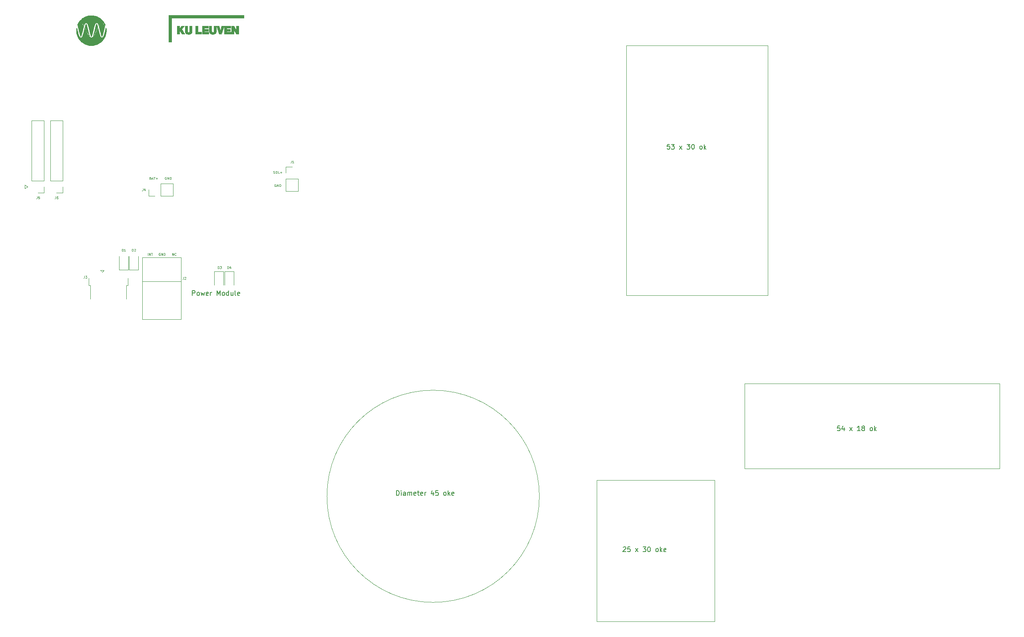
<source format=gto>
G04 #@! TF.GenerationSoftware,KiCad,Pcbnew,(5.1.5)-3*
G04 #@! TF.CreationDate,2020-06-11T14:27:07+02:00*
G04 #@! TF.ProjectId,Power_module_v0,506f7765-725f-46d6-9f64-756c655f7630,rev?*
G04 #@! TF.SameCoordinates,Original*
G04 #@! TF.FileFunction,Legend,Top*
G04 #@! TF.FilePolarity,Positive*
%FSLAX46Y46*%
G04 Gerber Fmt 4.6, Leading zero omitted, Abs format (unit mm)*
G04 Created by KiCad (PCBNEW (5.1.5)-3) date 2020-06-11 14:27:07*
%MOMM*%
%LPD*%
G04 APERTURE LIST*
%ADD10C,0.150000*%
%ADD11C,0.125000*%
%ADD12C,0.120000*%
%ADD13C,0.010000*%
G04 APERTURE END LIST*
D10*
X129008809Y-107386380D02*
X129008809Y-106386380D01*
X129389761Y-106386380D01*
X129485000Y-106434000D01*
X129532619Y-106481619D01*
X129580238Y-106576857D01*
X129580238Y-106719714D01*
X129532619Y-106814952D01*
X129485000Y-106862571D01*
X129389761Y-106910190D01*
X129008809Y-106910190D01*
X130151666Y-107386380D02*
X130056428Y-107338761D01*
X130008809Y-107291142D01*
X129961190Y-107195904D01*
X129961190Y-106910190D01*
X130008809Y-106814952D01*
X130056428Y-106767333D01*
X130151666Y-106719714D01*
X130294523Y-106719714D01*
X130389761Y-106767333D01*
X130437380Y-106814952D01*
X130485000Y-106910190D01*
X130485000Y-107195904D01*
X130437380Y-107291142D01*
X130389761Y-107338761D01*
X130294523Y-107386380D01*
X130151666Y-107386380D01*
X130818333Y-106719714D02*
X131008809Y-107386380D01*
X131199285Y-106910190D01*
X131389761Y-107386380D01*
X131580238Y-106719714D01*
X132342142Y-107338761D02*
X132246904Y-107386380D01*
X132056428Y-107386380D01*
X131961190Y-107338761D01*
X131913571Y-107243523D01*
X131913571Y-106862571D01*
X131961190Y-106767333D01*
X132056428Y-106719714D01*
X132246904Y-106719714D01*
X132342142Y-106767333D01*
X132389761Y-106862571D01*
X132389761Y-106957809D01*
X131913571Y-107053047D01*
X132818333Y-107386380D02*
X132818333Y-106719714D01*
X132818333Y-106910190D02*
X132865952Y-106814952D01*
X132913571Y-106767333D01*
X133008809Y-106719714D01*
X133104047Y-106719714D01*
X134199285Y-107386380D02*
X134199285Y-106386380D01*
X134532619Y-107100666D01*
X134865952Y-106386380D01*
X134865952Y-107386380D01*
X135485000Y-107386380D02*
X135389761Y-107338761D01*
X135342142Y-107291142D01*
X135294523Y-107195904D01*
X135294523Y-106910190D01*
X135342142Y-106814952D01*
X135389761Y-106767333D01*
X135485000Y-106719714D01*
X135627857Y-106719714D01*
X135723095Y-106767333D01*
X135770714Y-106814952D01*
X135818333Y-106910190D01*
X135818333Y-107195904D01*
X135770714Y-107291142D01*
X135723095Y-107338761D01*
X135627857Y-107386380D01*
X135485000Y-107386380D01*
X136675476Y-107386380D02*
X136675476Y-106386380D01*
X136675476Y-107338761D02*
X136580238Y-107386380D01*
X136389761Y-107386380D01*
X136294523Y-107338761D01*
X136246904Y-107291142D01*
X136199285Y-107195904D01*
X136199285Y-106910190D01*
X136246904Y-106814952D01*
X136294523Y-106767333D01*
X136389761Y-106719714D01*
X136580238Y-106719714D01*
X136675476Y-106767333D01*
X137580238Y-106719714D02*
X137580238Y-107386380D01*
X137151666Y-106719714D02*
X137151666Y-107243523D01*
X137199285Y-107338761D01*
X137294523Y-107386380D01*
X137437380Y-107386380D01*
X137532619Y-107338761D01*
X137580238Y-107291142D01*
X138199285Y-107386380D02*
X138104047Y-107338761D01*
X138056428Y-107243523D01*
X138056428Y-106386380D01*
X138961190Y-107338761D02*
X138865952Y-107386380D01*
X138675476Y-107386380D01*
X138580238Y-107338761D01*
X138532619Y-107243523D01*
X138532619Y-106862571D01*
X138580238Y-106767333D01*
X138675476Y-106719714D01*
X138865952Y-106719714D01*
X138961190Y-106767333D01*
X139008809Y-106862571D01*
X139008809Y-106957809D01*
X138532619Y-107053047D01*
D11*
X146685047Y-83824000D02*
X146637428Y-83800190D01*
X146566000Y-83800190D01*
X146494571Y-83824000D01*
X146446952Y-83871619D01*
X146423142Y-83919238D01*
X146399333Y-84014476D01*
X146399333Y-84085904D01*
X146423142Y-84181142D01*
X146446952Y-84228761D01*
X146494571Y-84276380D01*
X146566000Y-84300190D01*
X146613619Y-84300190D01*
X146685047Y-84276380D01*
X146708857Y-84252571D01*
X146708857Y-84085904D01*
X146613619Y-84085904D01*
X146923142Y-84300190D02*
X146923142Y-83800190D01*
X147208857Y-84300190D01*
X147208857Y-83800190D01*
X147446952Y-84300190D02*
X147446952Y-83800190D01*
X147566000Y-83800190D01*
X147637428Y-83824000D01*
X147685047Y-83871619D01*
X147708857Y-83919238D01*
X147732666Y-84014476D01*
X147732666Y-84085904D01*
X147708857Y-84181142D01*
X147685047Y-84228761D01*
X147637428Y-84276380D01*
X147566000Y-84300190D01*
X147446952Y-84300190D01*
X146149333Y-81482380D02*
X146220761Y-81506190D01*
X146339809Y-81506190D01*
X146387428Y-81482380D01*
X146411238Y-81458571D01*
X146435047Y-81410952D01*
X146435047Y-81363333D01*
X146411238Y-81315714D01*
X146387428Y-81291904D01*
X146339809Y-81268095D01*
X146244571Y-81244285D01*
X146196952Y-81220476D01*
X146173142Y-81196666D01*
X146149333Y-81149047D01*
X146149333Y-81101428D01*
X146173142Y-81053809D01*
X146196952Y-81030000D01*
X146244571Y-81006190D01*
X146363619Y-81006190D01*
X146435047Y-81030000D01*
X146744571Y-81006190D02*
X146839809Y-81006190D01*
X146887428Y-81030000D01*
X146935047Y-81077619D01*
X146958857Y-81172857D01*
X146958857Y-81339523D01*
X146935047Y-81434761D01*
X146887428Y-81482380D01*
X146839809Y-81506190D01*
X146744571Y-81506190D01*
X146696952Y-81482380D01*
X146649333Y-81434761D01*
X146625523Y-81339523D01*
X146625523Y-81172857D01*
X146649333Y-81077619D01*
X146696952Y-81030000D01*
X146744571Y-81006190D01*
X147411238Y-81506190D02*
X147173142Y-81506190D01*
X147173142Y-81006190D01*
X147577904Y-81315714D02*
X147958857Y-81315714D01*
X147768380Y-81506190D02*
X147768380Y-81125238D01*
X123444047Y-82300000D02*
X123396428Y-82276190D01*
X123325000Y-82276190D01*
X123253571Y-82300000D01*
X123205952Y-82347619D01*
X123182142Y-82395238D01*
X123158333Y-82490476D01*
X123158333Y-82561904D01*
X123182142Y-82657142D01*
X123205952Y-82704761D01*
X123253571Y-82752380D01*
X123325000Y-82776190D01*
X123372619Y-82776190D01*
X123444047Y-82752380D01*
X123467857Y-82728571D01*
X123467857Y-82561904D01*
X123372619Y-82561904D01*
X123682142Y-82776190D02*
X123682142Y-82276190D01*
X123967857Y-82776190D01*
X123967857Y-82276190D01*
X124205952Y-82776190D02*
X124205952Y-82276190D01*
X124325000Y-82276190D01*
X124396428Y-82300000D01*
X124444047Y-82347619D01*
X124467857Y-82395238D01*
X124491666Y-82490476D01*
X124491666Y-82561904D01*
X124467857Y-82657142D01*
X124444047Y-82704761D01*
X124396428Y-82752380D01*
X124325000Y-82776190D01*
X124205952Y-82776190D01*
X120098428Y-82514285D02*
X120169857Y-82538095D01*
X120193666Y-82561904D01*
X120217476Y-82609523D01*
X120217476Y-82680952D01*
X120193666Y-82728571D01*
X120169857Y-82752380D01*
X120122238Y-82776190D01*
X119931761Y-82776190D01*
X119931761Y-82276190D01*
X120098428Y-82276190D01*
X120146047Y-82300000D01*
X120169857Y-82323809D01*
X120193666Y-82371428D01*
X120193666Y-82419047D01*
X120169857Y-82466666D01*
X120146047Y-82490476D01*
X120098428Y-82514285D01*
X119931761Y-82514285D01*
X120407952Y-82633333D02*
X120646047Y-82633333D01*
X120360333Y-82776190D02*
X120527000Y-82276190D01*
X120693666Y-82776190D01*
X120788904Y-82276190D02*
X121074619Y-82276190D01*
X120931761Y-82776190D02*
X120931761Y-82276190D01*
X121241285Y-82585714D02*
X121622238Y-82585714D01*
X121431761Y-82776190D02*
X121431761Y-82395238D01*
D12*
X93472000Y-84709000D02*
X93472000Y-83947000D01*
X94107000Y-84328000D02*
X93472000Y-84709000D01*
X93472000Y-83947000D02*
X94107000Y-84328000D01*
D11*
X124702142Y-98905190D02*
X124702142Y-98405190D01*
X124987857Y-98905190D01*
X124987857Y-98405190D01*
X125511666Y-98857571D02*
X125487857Y-98881380D01*
X125416428Y-98905190D01*
X125368809Y-98905190D01*
X125297380Y-98881380D01*
X125249761Y-98833761D01*
X125225952Y-98786142D01*
X125202142Y-98690904D01*
X125202142Y-98619476D01*
X125225952Y-98524238D01*
X125249761Y-98476619D01*
X125297380Y-98429000D01*
X125368809Y-98405190D01*
X125416428Y-98405190D01*
X125487857Y-98429000D01*
X125511666Y-98452809D01*
X122174047Y-98429000D02*
X122126428Y-98405190D01*
X122055000Y-98405190D01*
X121983571Y-98429000D01*
X121935952Y-98476619D01*
X121912142Y-98524238D01*
X121888333Y-98619476D01*
X121888333Y-98690904D01*
X121912142Y-98786142D01*
X121935952Y-98833761D01*
X121983571Y-98881380D01*
X122055000Y-98905190D01*
X122102619Y-98905190D01*
X122174047Y-98881380D01*
X122197857Y-98857571D01*
X122197857Y-98690904D01*
X122102619Y-98690904D01*
X122412142Y-98905190D02*
X122412142Y-98405190D01*
X122697857Y-98905190D01*
X122697857Y-98405190D01*
X122935952Y-98905190D02*
X122935952Y-98405190D01*
X123055000Y-98405190D01*
X123126428Y-98429000D01*
X123174047Y-98476619D01*
X123197857Y-98524238D01*
X123221666Y-98619476D01*
X123221666Y-98690904D01*
X123197857Y-98786142D01*
X123174047Y-98833761D01*
X123126428Y-98881380D01*
X123055000Y-98905190D01*
X122935952Y-98905190D01*
X119562619Y-98905190D02*
X119562619Y-98405190D01*
X119800714Y-98905190D02*
X119800714Y-98405190D01*
X120086428Y-98905190D01*
X120086428Y-98405190D01*
X120253095Y-98405190D02*
X120538809Y-98405190D01*
X120395952Y-98905190D02*
X120395952Y-98405190D01*
D10*
X230084761Y-75347580D02*
X229608571Y-75347580D01*
X229560952Y-75823771D01*
X229608571Y-75776152D01*
X229703809Y-75728533D01*
X229941904Y-75728533D01*
X230037142Y-75776152D01*
X230084761Y-75823771D01*
X230132380Y-75919009D01*
X230132380Y-76157104D01*
X230084761Y-76252342D01*
X230037142Y-76299961D01*
X229941904Y-76347580D01*
X229703809Y-76347580D01*
X229608571Y-76299961D01*
X229560952Y-76252342D01*
X230465714Y-75347580D02*
X231084761Y-75347580D01*
X230751428Y-75728533D01*
X230894285Y-75728533D01*
X230989523Y-75776152D01*
X231037142Y-75823771D01*
X231084761Y-75919009D01*
X231084761Y-76157104D01*
X231037142Y-76252342D01*
X230989523Y-76299961D01*
X230894285Y-76347580D01*
X230608571Y-76347580D01*
X230513333Y-76299961D01*
X230465714Y-76252342D01*
X232180000Y-76347580D02*
X232703809Y-75680914D01*
X232180000Y-75680914D02*
X232703809Y-76347580D01*
X233751428Y-75347580D02*
X234370476Y-75347580D01*
X234037142Y-75728533D01*
X234180000Y-75728533D01*
X234275238Y-75776152D01*
X234322857Y-75823771D01*
X234370476Y-75919009D01*
X234370476Y-76157104D01*
X234322857Y-76252342D01*
X234275238Y-76299961D01*
X234180000Y-76347580D01*
X233894285Y-76347580D01*
X233799047Y-76299961D01*
X233751428Y-76252342D01*
X234989523Y-75347580D02*
X235084761Y-75347580D01*
X235180000Y-75395200D01*
X235227619Y-75442819D01*
X235275238Y-75538057D01*
X235322857Y-75728533D01*
X235322857Y-75966628D01*
X235275238Y-76157104D01*
X235227619Y-76252342D01*
X235180000Y-76299961D01*
X235084761Y-76347580D01*
X234989523Y-76347580D01*
X234894285Y-76299961D01*
X234846666Y-76252342D01*
X234799047Y-76157104D01*
X234751428Y-75966628D01*
X234751428Y-75728533D01*
X234799047Y-75538057D01*
X234846666Y-75442819D01*
X234894285Y-75395200D01*
X234989523Y-75347580D01*
X236656190Y-76347580D02*
X236560952Y-76299961D01*
X236513333Y-76252342D01*
X236465714Y-76157104D01*
X236465714Y-75871390D01*
X236513333Y-75776152D01*
X236560952Y-75728533D01*
X236656190Y-75680914D01*
X236799047Y-75680914D01*
X236894285Y-75728533D01*
X236941904Y-75776152D01*
X236989523Y-75871390D01*
X236989523Y-76157104D01*
X236941904Y-76252342D01*
X236894285Y-76299961D01*
X236799047Y-76347580D01*
X236656190Y-76347580D01*
X237418095Y-76347580D02*
X237418095Y-75347580D01*
X237513333Y-75966628D02*
X237799047Y-76347580D01*
X237799047Y-75680914D02*
X237418095Y-76061866D01*
X220242380Y-160837619D02*
X220290000Y-160790000D01*
X220385238Y-160742380D01*
X220623333Y-160742380D01*
X220718571Y-160790000D01*
X220766190Y-160837619D01*
X220813809Y-160932857D01*
X220813809Y-161028095D01*
X220766190Y-161170952D01*
X220194761Y-161742380D01*
X220813809Y-161742380D01*
X221718571Y-160742380D02*
X221242380Y-160742380D01*
X221194761Y-161218571D01*
X221242380Y-161170952D01*
X221337619Y-161123333D01*
X221575714Y-161123333D01*
X221670952Y-161170952D01*
X221718571Y-161218571D01*
X221766190Y-161313809D01*
X221766190Y-161551904D01*
X221718571Y-161647142D01*
X221670952Y-161694761D01*
X221575714Y-161742380D01*
X221337619Y-161742380D01*
X221242380Y-161694761D01*
X221194761Y-161647142D01*
X222861428Y-161742380D02*
X223385238Y-161075714D01*
X222861428Y-161075714D02*
X223385238Y-161742380D01*
X224432857Y-160742380D02*
X225051904Y-160742380D01*
X224718571Y-161123333D01*
X224861428Y-161123333D01*
X224956666Y-161170952D01*
X225004285Y-161218571D01*
X225051904Y-161313809D01*
X225051904Y-161551904D01*
X225004285Y-161647142D01*
X224956666Y-161694761D01*
X224861428Y-161742380D01*
X224575714Y-161742380D01*
X224480476Y-161694761D01*
X224432857Y-161647142D01*
X225670952Y-160742380D02*
X225766190Y-160742380D01*
X225861428Y-160790000D01*
X225909047Y-160837619D01*
X225956666Y-160932857D01*
X226004285Y-161123333D01*
X226004285Y-161361428D01*
X225956666Y-161551904D01*
X225909047Y-161647142D01*
X225861428Y-161694761D01*
X225766190Y-161742380D01*
X225670952Y-161742380D01*
X225575714Y-161694761D01*
X225528095Y-161647142D01*
X225480476Y-161551904D01*
X225432857Y-161361428D01*
X225432857Y-161123333D01*
X225480476Y-160932857D01*
X225528095Y-160837619D01*
X225575714Y-160790000D01*
X225670952Y-160742380D01*
X227337619Y-161742380D02*
X227242380Y-161694761D01*
X227194761Y-161647142D01*
X227147142Y-161551904D01*
X227147142Y-161266190D01*
X227194761Y-161170952D01*
X227242380Y-161123333D01*
X227337619Y-161075714D01*
X227480476Y-161075714D01*
X227575714Y-161123333D01*
X227623333Y-161170952D01*
X227670952Y-161266190D01*
X227670952Y-161551904D01*
X227623333Y-161647142D01*
X227575714Y-161694761D01*
X227480476Y-161742380D01*
X227337619Y-161742380D01*
X228099523Y-161742380D02*
X228099523Y-160742380D01*
X228194761Y-161361428D02*
X228480476Y-161742380D01*
X228480476Y-161075714D02*
X228099523Y-161456666D01*
X229290000Y-161694761D02*
X229194761Y-161742380D01*
X229004285Y-161742380D01*
X228909047Y-161694761D01*
X228861428Y-161599523D01*
X228861428Y-161218571D01*
X228909047Y-161123333D01*
X229004285Y-161075714D01*
X229194761Y-161075714D01*
X229290000Y-161123333D01*
X229337619Y-161218571D01*
X229337619Y-161313809D01*
X228861428Y-161409047D01*
D12*
X214636800Y-176573600D02*
X214636800Y-146573600D01*
X239636800Y-176573600D02*
X214636800Y-176573600D01*
X239636800Y-146573600D02*
X239636800Y-176573600D01*
X214636800Y-146573600D02*
X239636800Y-146573600D01*
D10*
X172236571Y-149804380D02*
X172236571Y-148804380D01*
X172474666Y-148804380D01*
X172617523Y-148852000D01*
X172712761Y-148947238D01*
X172760380Y-149042476D01*
X172808000Y-149232952D01*
X172808000Y-149375809D01*
X172760380Y-149566285D01*
X172712761Y-149661523D01*
X172617523Y-149756761D01*
X172474666Y-149804380D01*
X172236571Y-149804380D01*
X173236571Y-149804380D02*
X173236571Y-149137714D01*
X173236571Y-148804380D02*
X173188952Y-148852000D01*
X173236571Y-148899619D01*
X173284190Y-148852000D01*
X173236571Y-148804380D01*
X173236571Y-148899619D01*
X174141333Y-149804380D02*
X174141333Y-149280571D01*
X174093714Y-149185333D01*
X173998476Y-149137714D01*
X173808000Y-149137714D01*
X173712761Y-149185333D01*
X174141333Y-149756761D02*
X174046095Y-149804380D01*
X173808000Y-149804380D01*
X173712761Y-149756761D01*
X173665142Y-149661523D01*
X173665142Y-149566285D01*
X173712761Y-149471047D01*
X173808000Y-149423428D01*
X174046095Y-149423428D01*
X174141333Y-149375809D01*
X174617523Y-149804380D02*
X174617523Y-149137714D01*
X174617523Y-149232952D02*
X174665142Y-149185333D01*
X174760380Y-149137714D01*
X174903238Y-149137714D01*
X174998476Y-149185333D01*
X175046095Y-149280571D01*
X175046095Y-149804380D01*
X175046095Y-149280571D02*
X175093714Y-149185333D01*
X175188952Y-149137714D01*
X175331809Y-149137714D01*
X175427047Y-149185333D01*
X175474666Y-149280571D01*
X175474666Y-149804380D01*
X176331809Y-149756761D02*
X176236571Y-149804380D01*
X176046095Y-149804380D01*
X175950857Y-149756761D01*
X175903238Y-149661523D01*
X175903238Y-149280571D01*
X175950857Y-149185333D01*
X176046095Y-149137714D01*
X176236571Y-149137714D01*
X176331809Y-149185333D01*
X176379428Y-149280571D01*
X176379428Y-149375809D01*
X175903238Y-149471047D01*
X176665142Y-149137714D02*
X177046095Y-149137714D01*
X176808000Y-148804380D02*
X176808000Y-149661523D01*
X176855619Y-149756761D01*
X176950857Y-149804380D01*
X177046095Y-149804380D01*
X177760380Y-149756761D02*
X177665142Y-149804380D01*
X177474666Y-149804380D01*
X177379428Y-149756761D01*
X177331809Y-149661523D01*
X177331809Y-149280571D01*
X177379428Y-149185333D01*
X177474666Y-149137714D01*
X177665142Y-149137714D01*
X177760380Y-149185333D01*
X177808000Y-149280571D01*
X177808000Y-149375809D01*
X177331809Y-149471047D01*
X178236571Y-149804380D02*
X178236571Y-149137714D01*
X178236571Y-149328190D02*
X178284190Y-149232952D01*
X178331809Y-149185333D01*
X178427047Y-149137714D01*
X178522285Y-149137714D01*
X180046095Y-149137714D02*
X180046095Y-149804380D01*
X179808000Y-148756761D02*
X179569904Y-149471047D01*
X180188952Y-149471047D01*
X181046095Y-148804380D02*
X180569904Y-148804380D01*
X180522285Y-149280571D01*
X180569904Y-149232952D01*
X180665142Y-149185333D01*
X180903238Y-149185333D01*
X180998476Y-149232952D01*
X181046095Y-149280571D01*
X181093714Y-149375809D01*
X181093714Y-149613904D01*
X181046095Y-149709142D01*
X180998476Y-149756761D01*
X180903238Y-149804380D01*
X180665142Y-149804380D01*
X180569904Y-149756761D01*
X180522285Y-149709142D01*
X182427047Y-149804380D02*
X182331809Y-149756761D01*
X182284190Y-149709142D01*
X182236571Y-149613904D01*
X182236571Y-149328190D01*
X182284190Y-149232952D01*
X182331809Y-149185333D01*
X182427047Y-149137714D01*
X182569904Y-149137714D01*
X182665142Y-149185333D01*
X182712761Y-149232952D01*
X182760380Y-149328190D01*
X182760380Y-149613904D01*
X182712761Y-149709142D01*
X182665142Y-149756761D01*
X182569904Y-149804380D01*
X182427047Y-149804380D01*
X183188952Y-149804380D02*
X183188952Y-148804380D01*
X183284190Y-149423428D02*
X183569904Y-149804380D01*
X183569904Y-149137714D02*
X183188952Y-149518666D01*
X184379428Y-149756761D02*
X184284190Y-149804380D01*
X184093714Y-149804380D01*
X183998476Y-149756761D01*
X183950857Y-149661523D01*
X183950857Y-149280571D01*
X183998476Y-149185333D01*
X184093714Y-149137714D01*
X184284190Y-149137714D01*
X184379428Y-149185333D01*
X184427047Y-149280571D01*
X184427047Y-149375809D01*
X183950857Y-149471047D01*
X266152761Y-135088380D02*
X265676571Y-135088380D01*
X265628952Y-135564571D01*
X265676571Y-135516952D01*
X265771809Y-135469333D01*
X266009904Y-135469333D01*
X266105142Y-135516952D01*
X266152761Y-135564571D01*
X266200380Y-135659809D01*
X266200380Y-135897904D01*
X266152761Y-135993142D01*
X266105142Y-136040761D01*
X266009904Y-136088380D01*
X265771809Y-136088380D01*
X265676571Y-136040761D01*
X265628952Y-135993142D01*
X267057523Y-135421714D02*
X267057523Y-136088380D01*
X266819428Y-135040761D02*
X266581333Y-135755047D01*
X267200380Y-135755047D01*
X268248000Y-136088380D02*
X268771809Y-135421714D01*
X268248000Y-135421714D02*
X268771809Y-136088380D01*
X270438476Y-136088380D02*
X269867047Y-136088380D01*
X270152761Y-136088380D02*
X270152761Y-135088380D01*
X270057523Y-135231238D01*
X269962285Y-135326476D01*
X269867047Y-135374095D01*
X271009904Y-135516952D02*
X270914666Y-135469333D01*
X270867047Y-135421714D01*
X270819428Y-135326476D01*
X270819428Y-135278857D01*
X270867047Y-135183619D01*
X270914666Y-135136000D01*
X271009904Y-135088380D01*
X271200380Y-135088380D01*
X271295619Y-135136000D01*
X271343238Y-135183619D01*
X271390857Y-135278857D01*
X271390857Y-135326476D01*
X271343238Y-135421714D01*
X271295619Y-135469333D01*
X271200380Y-135516952D01*
X271009904Y-135516952D01*
X270914666Y-135564571D01*
X270867047Y-135612190D01*
X270819428Y-135707428D01*
X270819428Y-135897904D01*
X270867047Y-135993142D01*
X270914666Y-136040761D01*
X271009904Y-136088380D01*
X271200380Y-136088380D01*
X271295619Y-136040761D01*
X271343238Y-135993142D01*
X271390857Y-135897904D01*
X271390857Y-135707428D01*
X271343238Y-135612190D01*
X271295619Y-135564571D01*
X271200380Y-135516952D01*
X272724190Y-136088380D02*
X272628952Y-136040761D01*
X272581333Y-135993142D01*
X272533714Y-135897904D01*
X272533714Y-135612190D01*
X272581333Y-135516952D01*
X272628952Y-135469333D01*
X272724190Y-135421714D01*
X272867047Y-135421714D01*
X272962285Y-135469333D01*
X273009904Y-135516952D01*
X273057523Y-135612190D01*
X273057523Y-135897904D01*
X273009904Y-135993142D01*
X272962285Y-136040761D01*
X272867047Y-136088380D01*
X272724190Y-136088380D01*
X273486095Y-136088380D02*
X273486095Y-135088380D01*
X273581333Y-135707428D02*
X273867047Y-136088380D01*
X273867047Y-135421714D02*
X273486095Y-135802666D01*
D12*
X299976000Y-126120000D02*
X299976000Y-144120000D01*
X245976000Y-126120000D02*
X299976000Y-126120000D01*
X245976000Y-144120000D02*
X245976000Y-126120000D01*
X299976000Y-144120000D02*
X245976000Y-144120000D01*
X202500000Y-150000000D02*
G75*
G03X202500000Y-150000000I-22500000J0D01*
G01*
X250921400Y-107367600D02*
X250921400Y-54367600D01*
X220921400Y-107367600D02*
X250921400Y-107367600D01*
X220921400Y-54367600D02*
X220921400Y-107367600D01*
X250921400Y-54367600D02*
X220921400Y-54367600D01*
D13*
G36*
X138760200Y-51936650D02*
G01*
X138267061Y-51936650D01*
X138017746Y-51477862D01*
X137979317Y-51407201D01*
X137942561Y-51339719D01*
X137907936Y-51276256D01*
X137875904Y-51217651D01*
X137846925Y-51164743D01*
X137821459Y-51118370D01*
X137799967Y-51079372D01*
X137782908Y-51048586D01*
X137770744Y-51026853D01*
X137763935Y-51015011D01*
X137762665Y-51013042D01*
X137761603Y-51018128D01*
X137760627Y-51035247D01*
X137759746Y-51063735D01*
X137758968Y-51102925D01*
X137758301Y-51152151D01*
X137757753Y-51210747D01*
X137757334Y-51278048D01*
X137757051Y-51353387D01*
X137756912Y-51436100D01*
X137756900Y-51471829D01*
X137756900Y-51936650D01*
X137274253Y-51936650D01*
X137275864Y-51087337D01*
X137277475Y-50238025D01*
X137537825Y-50236458D01*
X137798175Y-50234892D01*
X138032021Y-50678819D01*
X138068873Y-50748713D01*
X138104159Y-50815515D01*
X138137412Y-50878347D01*
X138168165Y-50936332D01*
X138195951Y-50988595D01*
X138220304Y-51034258D01*
X138240755Y-51072443D01*
X138256839Y-51102276D01*
X138268087Y-51122878D01*
X138274034Y-51133373D01*
X138274707Y-51134411D01*
X138276416Y-51135269D01*
X138277897Y-51132491D01*
X138279166Y-51125285D01*
X138280240Y-51112856D01*
X138281134Y-51094414D01*
X138281865Y-51069165D01*
X138282449Y-51036317D01*
X138282901Y-50995077D01*
X138283239Y-50944653D01*
X138283478Y-50884253D01*
X138283635Y-50813082D01*
X138283725Y-50730351D01*
X138283748Y-50690462D01*
X138283950Y-50234850D01*
X138760200Y-50234850D01*
X138760200Y-51936650D01*
G37*
X138760200Y-51936650D02*
X138267061Y-51936650D01*
X138017746Y-51477862D01*
X137979317Y-51407201D01*
X137942561Y-51339719D01*
X137907936Y-51276256D01*
X137875904Y-51217651D01*
X137846925Y-51164743D01*
X137821459Y-51118370D01*
X137799967Y-51079372D01*
X137782908Y-51048586D01*
X137770744Y-51026853D01*
X137763935Y-51015011D01*
X137762665Y-51013042D01*
X137761603Y-51018128D01*
X137760627Y-51035247D01*
X137759746Y-51063735D01*
X137758968Y-51102925D01*
X137758301Y-51152151D01*
X137757753Y-51210747D01*
X137757334Y-51278048D01*
X137757051Y-51353387D01*
X137756912Y-51436100D01*
X137756900Y-51471829D01*
X137756900Y-51936650D01*
X137274253Y-51936650D01*
X137275864Y-51087337D01*
X137277475Y-50238025D01*
X137537825Y-50236458D01*
X137798175Y-50234892D01*
X138032021Y-50678819D01*
X138068873Y-50748713D01*
X138104159Y-50815515D01*
X138137412Y-50878347D01*
X138168165Y-50936332D01*
X138195951Y-50988595D01*
X138220304Y-51034258D01*
X138240755Y-51072443D01*
X138256839Y-51102276D01*
X138268087Y-51122878D01*
X138274034Y-51133373D01*
X138274707Y-51134411D01*
X138276416Y-51135269D01*
X138277897Y-51132491D01*
X138279166Y-51125285D01*
X138280240Y-51112856D01*
X138281134Y-51094414D01*
X138281865Y-51069165D01*
X138282449Y-51036317D01*
X138282901Y-50995077D01*
X138283239Y-50944653D01*
X138283478Y-50884253D01*
X138283635Y-50813082D01*
X138283725Y-50730351D01*
X138283748Y-50690462D01*
X138283950Y-50234850D01*
X138760200Y-50234850D01*
X138760200Y-51936650D01*
G36*
X137121900Y-50673000D02*
G01*
X136277350Y-50673000D01*
X136277350Y-50882550D01*
X137045700Y-50882550D01*
X137045700Y-51288950D01*
X136277350Y-51288950D01*
X136277350Y-51498500D01*
X137147300Y-51498500D01*
X137147300Y-51936650D01*
X135769350Y-51936650D01*
X135769350Y-50234850D01*
X137121900Y-50234850D01*
X137121900Y-50673000D01*
G37*
X137121900Y-50673000D02*
X136277350Y-50673000D01*
X136277350Y-50882550D01*
X137045700Y-50882550D01*
X137045700Y-51288950D01*
X136277350Y-51288950D01*
X136277350Y-51498500D01*
X137147300Y-51498500D01*
X137147300Y-51936650D01*
X135769350Y-51936650D01*
X135769350Y-50234850D01*
X137121900Y-50234850D01*
X137121900Y-50673000D01*
G36*
X134644803Y-50258662D02*
G01*
X134647366Y-50268453D01*
X134652887Y-50289547D01*
X134661108Y-50320962D01*
X134671773Y-50361716D01*
X134684623Y-50410825D01*
X134699403Y-50467307D01*
X134715854Y-50530180D01*
X134733719Y-50598460D01*
X134752743Y-50671165D01*
X134772666Y-50747312D01*
X134778975Y-50771425D01*
X134798979Y-50847807D01*
X134818077Y-50920583D01*
X134836022Y-50988826D01*
X134852569Y-51051608D01*
X134867472Y-51108001D01*
X134880486Y-51157078D01*
X134891365Y-51197911D01*
X134899863Y-51229571D01*
X134905734Y-51251132D01*
X134908733Y-51261666D01*
X134909062Y-51262580D01*
X134909749Y-51262848D01*
X134910668Y-51261849D01*
X134912020Y-51258829D01*
X134914002Y-51253038D01*
X134916815Y-51243723D01*
X134920658Y-51230132D01*
X134925730Y-51211513D01*
X134932231Y-51187115D01*
X134940359Y-51156185D01*
X134950313Y-51117971D01*
X134962294Y-51071721D01*
X134976501Y-51016684D01*
X134993132Y-50952106D01*
X135012387Y-50877237D01*
X135034466Y-50791324D01*
X135050997Y-50726975D01*
X135176602Y-50238025D01*
X135438051Y-50236367D01*
X135494281Y-50236055D01*
X135546363Y-50235855D01*
X135592974Y-50235763D01*
X135632788Y-50235779D01*
X135664481Y-50235901D01*
X135686727Y-50236128D01*
X135698203Y-50236459D01*
X135699500Y-50236643D01*
X135697695Y-50242839D01*
X135692420Y-50260498D01*
X135683883Y-50288931D01*
X135672293Y-50327445D01*
X135657859Y-50375351D01*
X135640789Y-50431955D01*
X135621292Y-50496569D01*
X135599575Y-50568499D01*
X135575849Y-50647055D01*
X135550322Y-50731546D01*
X135523201Y-50821281D01*
X135494697Y-50915568D01*
X135465017Y-51013717D01*
X135443145Y-51086026D01*
X135186791Y-51933475D01*
X134616155Y-51936777D01*
X134372671Y-51093751D01*
X134343631Y-50993219D01*
X134315537Y-50895992D01*
X134288592Y-50802774D01*
X134263001Y-50714270D01*
X134238968Y-50631182D01*
X134216696Y-50554214D01*
X134196388Y-50484070D01*
X134178249Y-50421453D01*
X134162482Y-50367066D01*
X134149291Y-50321615D01*
X134138880Y-50285801D01*
X134131453Y-50260329D01*
X134127212Y-50245902D01*
X134126264Y-50242787D01*
X134127967Y-50240742D01*
X134135354Y-50239058D01*
X134149370Y-50237704D01*
X134170962Y-50236651D01*
X134201076Y-50235870D01*
X134240659Y-50235331D01*
X134290658Y-50235005D01*
X134352017Y-50234862D01*
X134380950Y-50234850D01*
X134638560Y-50234850D01*
X134644803Y-50258662D01*
G37*
X134644803Y-50258662D02*
X134647366Y-50268453D01*
X134652887Y-50289547D01*
X134661108Y-50320962D01*
X134671773Y-50361716D01*
X134684623Y-50410825D01*
X134699403Y-50467307D01*
X134715854Y-50530180D01*
X134733719Y-50598460D01*
X134752743Y-50671165D01*
X134772666Y-50747312D01*
X134778975Y-50771425D01*
X134798979Y-50847807D01*
X134818077Y-50920583D01*
X134836022Y-50988826D01*
X134852569Y-51051608D01*
X134867472Y-51108001D01*
X134880486Y-51157078D01*
X134891365Y-51197911D01*
X134899863Y-51229571D01*
X134905734Y-51251132D01*
X134908733Y-51261666D01*
X134909062Y-51262580D01*
X134909749Y-51262848D01*
X134910668Y-51261849D01*
X134912020Y-51258829D01*
X134914002Y-51253038D01*
X134916815Y-51243723D01*
X134920658Y-51230132D01*
X134925730Y-51211513D01*
X134932231Y-51187115D01*
X134940359Y-51156185D01*
X134950313Y-51117971D01*
X134962294Y-51071721D01*
X134976501Y-51016684D01*
X134993132Y-50952106D01*
X135012387Y-50877237D01*
X135034466Y-50791324D01*
X135050997Y-50726975D01*
X135176602Y-50238025D01*
X135438051Y-50236367D01*
X135494281Y-50236055D01*
X135546363Y-50235855D01*
X135592974Y-50235763D01*
X135632788Y-50235779D01*
X135664481Y-50235901D01*
X135686727Y-50236128D01*
X135698203Y-50236459D01*
X135699500Y-50236643D01*
X135697695Y-50242839D01*
X135692420Y-50260498D01*
X135683883Y-50288931D01*
X135672293Y-50327445D01*
X135657859Y-50375351D01*
X135640789Y-50431955D01*
X135621292Y-50496569D01*
X135599575Y-50568499D01*
X135575849Y-50647055D01*
X135550322Y-50731546D01*
X135523201Y-50821281D01*
X135494697Y-50915568D01*
X135465017Y-51013717D01*
X135443145Y-51086026D01*
X135186791Y-51933475D01*
X134616155Y-51936777D01*
X134372671Y-51093751D01*
X134343631Y-50993219D01*
X134315537Y-50895992D01*
X134288592Y-50802774D01*
X134263001Y-50714270D01*
X134238968Y-50631182D01*
X134216696Y-50554214D01*
X134196388Y-50484070D01*
X134178249Y-50421453D01*
X134162482Y-50367066D01*
X134149291Y-50321615D01*
X134138880Y-50285801D01*
X134131453Y-50260329D01*
X134127212Y-50245902D01*
X134126264Y-50242787D01*
X134127967Y-50240742D01*
X134135354Y-50239058D01*
X134149370Y-50237704D01*
X134170962Y-50236651D01*
X134201076Y-50235870D01*
X134240659Y-50235331D01*
X134290658Y-50235005D01*
X134352017Y-50234862D01*
X134380950Y-50234850D01*
X134638560Y-50234850D01*
X134644803Y-50258662D01*
G36*
X132397500Y-50673000D02*
G01*
X131546600Y-50673000D01*
X131546600Y-50882550D01*
X132321300Y-50882550D01*
X132321300Y-51288950D01*
X131546600Y-51288950D01*
X131546600Y-51498500D01*
X132422900Y-51498500D01*
X132422900Y-51936650D01*
X131044950Y-51936650D01*
X131044950Y-50234850D01*
X132397500Y-50234850D01*
X132397500Y-50673000D01*
G37*
X132397500Y-50673000D02*
X131546600Y-50673000D01*
X131546600Y-50882550D01*
X132321300Y-50882550D01*
X132321300Y-51288950D01*
X131546600Y-51288950D01*
X131546600Y-51498500D01*
X132422900Y-51498500D01*
X132422900Y-51936650D01*
X131044950Y-51936650D01*
X131044950Y-50234850D01*
X132397500Y-50234850D01*
X132397500Y-50673000D01*
G36*
X130175000Y-51498394D02*
G01*
X130532187Y-51500034D01*
X130889375Y-51501675D01*
X130891045Y-51719162D01*
X130892716Y-51936650D01*
X129667000Y-51936650D01*
X129667000Y-50234850D01*
X130175000Y-50234850D01*
X130175000Y-51498394D01*
G37*
X130175000Y-51498394D02*
X130532187Y-51500034D01*
X130889375Y-51501675D01*
X130891045Y-51719162D01*
X130892716Y-51936650D01*
X129667000Y-51936650D01*
X129667000Y-50234850D01*
X130175000Y-50234850D01*
X130175000Y-51498394D01*
G36*
X126218950Y-50528361D02*
G01*
X126218962Y-50596941D01*
X126219027Y-50653852D01*
X126219190Y-50700125D01*
X126219496Y-50736790D01*
X126219987Y-50764879D01*
X126220709Y-50785421D01*
X126221706Y-50799448D01*
X126223022Y-50807991D01*
X126224700Y-50812081D01*
X126226786Y-50812747D01*
X126229324Y-50811022D01*
X126231004Y-50809348D01*
X126237095Y-50802032D01*
X126250157Y-50785621D01*
X126269428Y-50761094D01*
X126294146Y-50729430D01*
X126323549Y-50691609D01*
X126356876Y-50648610D01*
X126393364Y-50601412D01*
X126432252Y-50550993D01*
X126450766Y-50526950D01*
X126490453Y-50475434D01*
X126528047Y-50426728D01*
X126562792Y-50381807D01*
X126593933Y-50341641D01*
X126620714Y-50307205D01*
X126642379Y-50279469D01*
X126658173Y-50259408D01*
X126667340Y-50247994D01*
X126669136Y-50245901D01*
X126672252Y-50243348D01*
X126677015Y-50241227D01*
X126684504Y-50239505D01*
X126695798Y-50238152D01*
X126711978Y-50237134D01*
X126734122Y-50236419D01*
X126763311Y-50235977D01*
X126800624Y-50235773D01*
X126847139Y-50235778D01*
X126903938Y-50235958D01*
X126972099Y-50236281D01*
X126990166Y-50236376D01*
X127300532Y-50238025D01*
X127004011Y-50567874D01*
X126947540Y-50630867D01*
X126895988Y-50688723D01*
X126849807Y-50740922D01*
X126809449Y-50786942D01*
X126775363Y-50826262D01*
X126748003Y-50858361D01*
X126727819Y-50882718D01*
X126715263Y-50898811D01*
X126710786Y-50906121D01*
X126710807Y-50906366D01*
X126714744Y-50912771D01*
X126725268Y-50928985D01*
X126741888Y-50954272D01*
X126764115Y-50987898D01*
X126791460Y-51029124D01*
X126823432Y-51077216D01*
X126859543Y-51131436D01*
X126899302Y-51191049D01*
X126942219Y-51255318D01*
X126987806Y-51323508D01*
X127035572Y-51394881D01*
X127053911Y-51422264D01*
X127102282Y-51494511D01*
X127148596Y-51563759D01*
X127192372Y-51629282D01*
X127233125Y-51690354D01*
X127270373Y-51746246D01*
X127303631Y-51796234D01*
X127332418Y-51839589D01*
X127356249Y-51875586D01*
X127374641Y-51903498D01*
X127387111Y-51922598D01*
X127393175Y-51932159D01*
X127393700Y-51933144D01*
X127387551Y-51933823D01*
X127369908Y-51934397D01*
X127341979Y-51934856D01*
X127304968Y-51935194D01*
X127260082Y-51935403D01*
X127208527Y-51935476D01*
X127151510Y-51935404D01*
X127090235Y-51935181D01*
X127078252Y-51935121D01*
X126762804Y-51933475D01*
X126564258Y-51609743D01*
X126528497Y-51551551D01*
X126494623Y-51496656D01*
X126463230Y-51446003D01*
X126434909Y-51400539D01*
X126410255Y-51361210D01*
X126389860Y-51328962D01*
X126374318Y-51304741D01*
X126364221Y-51289493D01*
X126360187Y-51284170D01*
X126354307Y-51288043D01*
X126341623Y-51299933D01*
X126323672Y-51318283D01*
X126301995Y-51341537D01*
X126286806Y-51358354D01*
X126218950Y-51434380D01*
X126218950Y-51936650D01*
X125710950Y-51936650D01*
X125710950Y-50234850D01*
X126218950Y-50234850D01*
X126218950Y-50528361D01*
G37*
X126218950Y-50528361D02*
X126218962Y-50596941D01*
X126219027Y-50653852D01*
X126219190Y-50700125D01*
X126219496Y-50736790D01*
X126219987Y-50764879D01*
X126220709Y-50785421D01*
X126221706Y-50799448D01*
X126223022Y-50807991D01*
X126224700Y-50812081D01*
X126226786Y-50812747D01*
X126229324Y-50811022D01*
X126231004Y-50809348D01*
X126237095Y-50802032D01*
X126250157Y-50785621D01*
X126269428Y-50761094D01*
X126294146Y-50729430D01*
X126323549Y-50691609D01*
X126356876Y-50648610D01*
X126393364Y-50601412D01*
X126432252Y-50550993D01*
X126450766Y-50526950D01*
X126490453Y-50475434D01*
X126528047Y-50426728D01*
X126562792Y-50381807D01*
X126593933Y-50341641D01*
X126620714Y-50307205D01*
X126642379Y-50279469D01*
X126658173Y-50259408D01*
X126667340Y-50247994D01*
X126669136Y-50245901D01*
X126672252Y-50243348D01*
X126677015Y-50241227D01*
X126684504Y-50239505D01*
X126695798Y-50238152D01*
X126711978Y-50237134D01*
X126734122Y-50236419D01*
X126763311Y-50235977D01*
X126800624Y-50235773D01*
X126847139Y-50235778D01*
X126903938Y-50235958D01*
X126972099Y-50236281D01*
X126990166Y-50236376D01*
X127300532Y-50238025D01*
X127004011Y-50567874D01*
X126947540Y-50630867D01*
X126895988Y-50688723D01*
X126849807Y-50740922D01*
X126809449Y-50786942D01*
X126775363Y-50826262D01*
X126748003Y-50858361D01*
X126727819Y-50882718D01*
X126715263Y-50898811D01*
X126710786Y-50906121D01*
X126710807Y-50906366D01*
X126714744Y-50912771D01*
X126725268Y-50928985D01*
X126741888Y-50954272D01*
X126764115Y-50987898D01*
X126791460Y-51029124D01*
X126823432Y-51077216D01*
X126859543Y-51131436D01*
X126899302Y-51191049D01*
X126942219Y-51255318D01*
X126987806Y-51323508D01*
X127035572Y-51394881D01*
X127053911Y-51422264D01*
X127102282Y-51494511D01*
X127148596Y-51563759D01*
X127192372Y-51629282D01*
X127233125Y-51690354D01*
X127270373Y-51746246D01*
X127303631Y-51796234D01*
X127332418Y-51839589D01*
X127356249Y-51875586D01*
X127374641Y-51903498D01*
X127387111Y-51922598D01*
X127393175Y-51932159D01*
X127393700Y-51933144D01*
X127387551Y-51933823D01*
X127369908Y-51934397D01*
X127341979Y-51934856D01*
X127304968Y-51935194D01*
X127260082Y-51935403D01*
X127208527Y-51935476D01*
X127151510Y-51935404D01*
X127090235Y-51935181D01*
X127078252Y-51935121D01*
X126762804Y-51933475D01*
X126564258Y-51609743D01*
X126528497Y-51551551D01*
X126494623Y-51496656D01*
X126463230Y-51446003D01*
X126434909Y-51400539D01*
X126410255Y-51361210D01*
X126389860Y-51328962D01*
X126374318Y-51304741D01*
X126364221Y-51289493D01*
X126360187Y-51284170D01*
X126354307Y-51288043D01*
X126341623Y-51299933D01*
X126323672Y-51318283D01*
X126301995Y-51341537D01*
X126286806Y-51358354D01*
X126218950Y-51434380D01*
X126218950Y-51936650D01*
X125710950Y-51936650D01*
X125710950Y-50234850D01*
X126218950Y-50234850D01*
X126218950Y-50528361D01*
G36*
X133801508Y-50234850D02*
G01*
X134055456Y-50234850D01*
X134053096Y-50826987D01*
X134052689Y-50927257D01*
X134052301Y-51015667D01*
X134051914Y-51093057D01*
X134051507Y-51160269D01*
X134051060Y-51218141D01*
X134050552Y-51267514D01*
X134049965Y-51309229D01*
X134049277Y-51344125D01*
X134048469Y-51373042D01*
X134047520Y-51396822D01*
X134046411Y-51416304D01*
X134045122Y-51432328D01*
X134043632Y-51445735D01*
X134041921Y-51457364D01*
X134039970Y-51468056D01*
X134037758Y-51478652D01*
X134037509Y-51479796D01*
X134024054Y-51532264D01*
X134006743Y-51585795D01*
X133987072Y-51636319D01*
X133966537Y-51679764D01*
X133959072Y-51693142D01*
X133938510Y-51722736D01*
X133910199Y-51756261D01*
X133877086Y-51790808D01*
X133842118Y-51823464D01*
X133808245Y-51851319D01*
X133778625Y-51871340D01*
X133703059Y-51908316D01*
X133619184Y-51937868D01*
X133529524Y-51959197D01*
X133473825Y-51967738D01*
X133439690Y-51970738D01*
X133396641Y-51972752D01*
X133347663Y-51973806D01*
X133295739Y-51973926D01*
X133243856Y-51973136D01*
X133194999Y-51971462D01*
X133152152Y-51968930D01*
X133118301Y-51965564D01*
X133112039Y-51964665D01*
X133020223Y-51946596D01*
X132938640Y-51922290D01*
X132866190Y-51891247D01*
X132801774Y-51852964D01*
X132744294Y-51806940D01*
X132724525Y-51787809D01*
X132676410Y-51732272D01*
X132636972Y-51671702D01*
X132605258Y-51604243D01*
X132580317Y-51528038D01*
X132570232Y-51486721D01*
X132553915Y-51412775D01*
X132551548Y-50823812D01*
X132549181Y-50234850D01*
X133057070Y-50234850D01*
X133059599Y-50776187D01*
X133060077Y-50873464D01*
X133060557Y-50958879D01*
X133061057Y-51033267D01*
X133061596Y-51097468D01*
X133062191Y-51152317D01*
X133062862Y-51198651D01*
X133063625Y-51237309D01*
X133064500Y-51269127D01*
X133065505Y-51294942D01*
X133066658Y-51315591D01*
X133067977Y-51331912D01*
X133069481Y-51344742D01*
X133071188Y-51354918D01*
X133072351Y-51360239D01*
X133085684Y-51406544D01*
X133101843Y-51443578D01*
X133122449Y-51474716D01*
X133133679Y-51487783D01*
X133160781Y-51512444D01*
X133191076Y-51529847D01*
X133227218Y-51541011D01*
X133271862Y-51546957D01*
X133290439Y-51548013D01*
X133347151Y-51547083D01*
X133394431Y-51538755D01*
X133433577Y-51522424D01*
X133465888Y-51497483D01*
X133492665Y-51463326D01*
X133500474Y-51449990D01*
X133507562Y-51437022D01*
X133513808Y-51425047D01*
X133519269Y-51413213D01*
X133524002Y-51400664D01*
X133528063Y-51386550D01*
X133531510Y-51370015D01*
X133534400Y-51350207D01*
X133536789Y-51326272D01*
X133538734Y-51297357D01*
X133540292Y-51262610D01*
X133541519Y-51221176D01*
X133542474Y-51172202D01*
X133543212Y-51114835D01*
X133543791Y-51048222D01*
X133544266Y-50971509D01*
X133544696Y-50883843D01*
X133545137Y-50784372D01*
X133545159Y-50779362D01*
X133547561Y-50234849D01*
X133801508Y-50234850D01*
G37*
X133801508Y-50234850D02*
X134055456Y-50234850D01*
X134053096Y-50826987D01*
X134052689Y-50927257D01*
X134052301Y-51015667D01*
X134051914Y-51093057D01*
X134051507Y-51160269D01*
X134051060Y-51218141D01*
X134050552Y-51267514D01*
X134049965Y-51309229D01*
X134049277Y-51344125D01*
X134048469Y-51373042D01*
X134047520Y-51396822D01*
X134046411Y-51416304D01*
X134045122Y-51432328D01*
X134043632Y-51445735D01*
X134041921Y-51457364D01*
X134039970Y-51468056D01*
X134037758Y-51478652D01*
X134037509Y-51479796D01*
X134024054Y-51532264D01*
X134006743Y-51585795D01*
X133987072Y-51636319D01*
X133966537Y-51679764D01*
X133959072Y-51693142D01*
X133938510Y-51722736D01*
X133910199Y-51756261D01*
X133877086Y-51790808D01*
X133842118Y-51823464D01*
X133808245Y-51851319D01*
X133778625Y-51871340D01*
X133703059Y-51908316D01*
X133619184Y-51937868D01*
X133529524Y-51959197D01*
X133473825Y-51967738D01*
X133439690Y-51970738D01*
X133396641Y-51972752D01*
X133347663Y-51973806D01*
X133295739Y-51973926D01*
X133243856Y-51973136D01*
X133194999Y-51971462D01*
X133152152Y-51968930D01*
X133118301Y-51965564D01*
X133112039Y-51964665D01*
X133020223Y-51946596D01*
X132938640Y-51922290D01*
X132866190Y-51891247D01*
X132801774Y-51852964D01*
X132744294Y-51806940D01*
X132724525Y-51787809D01*
X132676410Y-51732272D01*
X132636972Y-51671702D01*
X132605258Y-51604243D01*
X132580317Y-51528038D01*
X132570232Y-51486721D01*
X132553915Y-51412775D01*
X132551548Y-50823812D01*
X132549181Y-50234850D01*
X133057070Y-50234850D01*
X133059599Y-50776187D01*
X133060077Y-50873464D01*
X133060557Y-50958879D01*
X133061057Y-51033267D01*
X133061596Y-51097468D01*
X133062191Y-51152317D01*
X133062862Y-51198651D01*
X133063625Y-51237309D01*
X133064500Y-51269127D01*
X133065505Y-51294942D01*
X133066658Y-51315591D01*
X133067977Y-51331912D01*
X133069481Y-51344742D01*
X133071188Y-51354918D01*
X133072351Y-51360239D01*
X133085684Y-51406544D01*
X133101843Y-51443578D01*
X133122449Y-51474716D01*
X133133679Y-51487783D01*
X133160781Y-51512444D01*
X133191076Y-51529847D01*
X133227218Y-51541011D01*
X133271862Y-51546957D01*
X133290439Y-51548013D01*
X133347151Y-51547083D01*
X133394431Y-51538755D01*
X133433577Y-51522424D01*
X133465888Y-51497483D01*
X133492665Y-51463326D01*
X133500474Y-51449990D01*
X133507562Y-51437022D01*
X133513808Y-51425047D01*
X133519269Y-51413213D01*
X133524002Y-51400664D01*
X133528063Y-51386550D01*
X133531510Y-51370015D01*
X133534400Y-51350207D01*
X133536789Y-51326272D01*
X133538734Y-51297357D01*
X133540292Y-51262610D01*
X133541519Y-51221176D01*
X133542474Y-51172202D01*
X133543212Y-51114835D01*
X133543791Y-51048222D01*
X133544266Y-50971509D01*
X133544696Y-50883843D01*
X133545137Y-50784372D01*
X133545159Y-50779362D01*
X133547561Y-50234849D01*
X133801508Y-50234850D01*
G36*
X127928763Y-50782537D02*
G01*
X127929193Y-50879750D01*
X127929622Y-50965100D01*
X127930068Y-51039424D01*
X127930550Y-51103561D01*
X127931087Y-51158348D01*
X127931696Y-51204621D01*
X127932397Y-51243218D01*
X127933208Y-51274978D01*
X127934147Y-51300736D01*
X127935234Y-51321330D01*
X127936486Y-51337599D01*
X127937922Y-51350378D01*
X127939561Y-51360506D01*
X127941421Y-51368820D01*
X127941760Y-51370112D01*
X127958709Y-51421335D01*
X127979774Y-51461908D01*
X128006187Y-51493549D01*
X128039180Y-51517975D01*
X128053129Y-51525444D01*
X128071258Y-51534077D01*
X128086246Y-51539897D01*
X128101346Y-51543455D01*
X128119809Y-51545305D01*
X128144888Y-51545998D01*
X128174645Y-51546091D01*
X128218455Y-51545006D01*
X128252584Y-51541167D01*
X128279923Y-51533632D01*
X128303360Y-51521461D01*
X128325786Y-51503713D01*
X128336619Y-51493356D01*
X128348734Y-51480682D01*
X128359547Y-51467633D01*
X128369133Y-51453452D01*
X128377564Y-51437381D01*
X128384916Y-51418661D01*
X128391262Y-51396535D01*
X128396676Y-51370245D01*
X128401232Y-51339032D01*
X128405004Y-51302139D01*
X128408065Y-51258808D01*
X128410490Y-51208281D01*
X128412353Y-51149800D01*
X128413726Y-51082606D01*
X128414685Y-51005943D01*
X128415304Y-50919051D01*
X128415655Y-50821174D01*
X128415813Y-50711553D01*
X128415832Y-50680937D01*
X128416050Y-50234850D01*
X128924050Y-50234850D01*
X128923995Y-50769837D01*
X128923910Y-50857037D01*
X128923678Y-50941022D01*
X128923312Y-51020769D01*
X128922822Y-51095252D01*
X128922218Y-51163449D01*
X128921511Y-51224334D01*
X128920712Y-51276884D01*
X128919833Y-51320073D01*
X128918883Y-51352878D01*
X128917873Y-51374274D01*
X128917601Y-51377850D01*
X128904221Y-51475744D01*
X128881815Y-51564720D01*
X128850322Y-51644843D01*
X128809680Y-51716176D01*
X128759827Y-51778784D01*
X128700703Y-51832733D01*
X128632245Y-51878086D01*
X128554392Y-51914909D01*
X128467082Y-51943265D01*
X128370253Y-51963220D01*
X128358085Y-51965039D01*
X128331497Y-51967846D01*
X128295595Y-51970195D01*
X128253164Y-51972041D01*
X128206988Y-51973340D01*
X128159850Y-51974050D01*
X128114535Y-51974126D01*
X128073825Y-51973525D01*
X128040507Y-51972203D01*
X128019175Y-51970364D01*
X127931228Y-51956097D01*
X127853458Y-51937353D01*
X127783972Y-51913609D01*
X127734514Y-51891383D01*
X127663601Y-51849519D01*
X127601935Y-51799513D01*
X127549267Y-51741028D01*
X127505347Y-51673728D01*
X127469927Y-51597274D01*
X127442757Y-51511329D01*
X127437275Y-51488542D01*
X127434864Y-51477739D01*
X127432736Y-51467345D01*
X127430872Y-51456521D01*
X127429250Y-51444429D01*
X127427849Y-51430231D01*
X127426647Y-51413087D01*
X127425625Y-51392160D01*
X127424760Y-51366611D01*
X127424032Y-51335602D01*
X127423420Y-51298293D01*
X127422903Y-51253848D01*
X127422460Y-51201426D01*
X127422069Y-51140190D01*
X127421710Y-51069302D01*
X127421361Y-50987922D01*
X127421003Y-50895212D01*
X127420760Y-50830162D01*
X127418552Y-50234850D01*
X127672501Y-50234850D01*
X127926450Y-50234849D01*
X127928763Y-50782537D01*
G37*
X127928763Y-50782537D02*
X127929193Y-50879750D01*
X127929622Y-50965100D01*
X127930068Y-51039424D01*
X127930550Y-51103561D01*
X127931087Y-51158348D01*
X127931696Y-51204621D01*
X127932397Y-51243218D01*
X127933208Y-51274978D01*
X127934147Y-51300736D01*
X127935234Y-51321330D01*
X127936486Y-51337599D01*
X127937922Y-51350378D01*
X127939561Y-51360506D01*
X127941421Y-51368820D01*
X127941760Y-51370112D01*
X127958709Y-51421335D01*
X127979774Y-51461908D01*
X128006187Y-51493549D01*
X128039180Y-51517975D01*
X128053129Y-51525444D01*
X128071258Y-51534077D01*
X128086246Y-51539897D01*
X128101346Y-51543455D01*
X128119809Y-51545305D01*
X128144888Y-51545998D01*
X128174645Y-51546091D01*
X128218455Y-51545006D01*
X128252584Y-51541167D01*
X128279923Y-51533632D01*
X128303360Y-51521461D01*
X128325786Y-51503713D01*
X128336619Y-51493356D01*
X128348734Y-51480682D01*
X128359547Y-51467633D01*
X128369133Y-51453452D01*
X128377564Y-51437381D01*
X128384916Y-51418661D01*
X128391262Y-51396535D01*
X128396676Y-51370245D01*
X128401232Y-51339032D01*
X128405004Y-51302139D01*
X128408065Y-51258808D01*
X128410490Y-51208281D01*
X128412353Y-51149800D01*
X128413726Y-51082606D01*
X128414685Y-51005943D01*
X128415304Y-50919051D01*
X128415655Y-50821174D01*
X128415813Y-50711553D01*
X128415832Y-50680937D01*
X128416050Y-50234850D01*
X128924050Y-50234850D01*
X128923995Y-50769837D01*
X128923910Y-50857037D01*
X128923678Y-50941022D01*
X128923312Y-51020769D01*
X128922822Y-51095252D01*
X128922218Y-51163449D01*
X128921511Y-51224334D01*
X128920712Y-51276884D01*
X128919833Y-51320073D01*
X128918883Y-51352878D01*
X128917873Y-51374274D01*
X128917601Y-51377850D01*
X128904221Y-51475744D01*
X128881815Y-51564720D01*
X128850322Y-51644843D01*
X128809680Y-51716176D01*
X128759827Y-51778784D01*
X128700703Y-51832733D01*
X128632245Y-51878086D01*
X128554392Y-51914909D01*
X128467082Y-51943265D01*
X128370253Y-51963220D01*
X128358085Y-51965039D01*
X128331497Y-51967846D01*
X128295595Y-51970195D01*
X128253164Y-51972041D01*
X128206988Y-51973340D01*
X128159850Y-51974050D01*
X128114535Y-51974126D01*
X128073825Y-51973525D01*
X128040507Y-51972203D01*
X128019175Y-51970364D01*
X127931228Y-51956097D01*
X127853458Y-51937353D01*
X127783972Y-51913609D01*
X127734514Y-51891383D01*
X127663601Y-51849519D01*
X127601935Y-51799513D01*
X127549267Y-51741028D01*
X127505347Y-51673728D01*
X127469927Y-51597274D01*
X127442757Y-51511329D01*
X127437275Y-51488542D01*
X127434864Y-51477739D01*
X127432736Y-51467345D01*
X127430872Y-51456521D01*
X127429250Y-51444429D01*
X127427849Y-51430231D01*
X127426647Y-51413087D01*
X127425625Y-51392160D01*
X127424760Y-51366611D01*
X127424032Y-51335602D01*
X127423420Y-51298293D01*
X127422903Y-51253848D01*
X127422460Y-51201426D01*
X127422069Y-51140190D01*
X127421710Y-51069302D01*
X127421361Y-50987922D01*
X127421003Y-50895212D01*
X127420760Y-50830162D01*
X127418552Y-50234850D01*
X127672501Y-50234850D01*
X127926450Y-50234849D01*
X127928763Y-50782537D01*
G36*
X139896850Y-48250472D02*
G01*
X139896849Y-48533044D01*
X132237162Y-48534634D01*
X124577475Y-48536225D01*
X124575879Y-51087337D01*
X124574284Y-53638450D01*
X124009150Y-53638450D01*
X124009150Y-47967900D01*
X139896850Y-47967900D01*
X139896850Y-48250472D01*
G37*
X139896850Y-48250472D02*
X139896849Y-48533044D01*
X132237162Y-48534634D01*
X124577475Y-48536225D01*
X124575879Y-51087337D01*
X124574284Y-53638450D01*
X124009150Y-53638450D01*
X124009150Y-47967900D01*
X139896850Y-47967900D01*
X139896850Y-48250472D01*
G36*
X108691169Y-49759055D02*
G01*
X108694405Y-49764799D01*
X108699907Y-49775406D01*
X108707041Y-49789618D01*
X108715172Y-49806179D01*
X108720002Y-49816173D01*
X108740131Y-49860064D01*
X108760371Y-49908244D01*
X108780829Y-49961028D01*
X108801612Y-50018730D01*
X108822826Y-50081664D01*
X108844579Y-50150145D01*
X108866978Y-50224487D01*
X108890130Y-50305006D01*
X108906687Y-50364645D01*
X108933891Y-50463950D01*
X108891346Y-50547155D01*
X108873521Y-50582252D01*
X108854324Y-50620522D01*
X108833601Y-50662280D01*
X108811198Y-50707845D01*
X108786960Y-50757533D01*
X108760734Y-50811662D01*
X108732366Y-50870549D01*
X108701701Y-50934511D01*
X108668586Y-51003865D01*
X108632867Y-51078930D01*
X108617366Y-51111573D01*
X108568955Y-51213199D01*
X108523010Y-51308845D01*
X108479386Y-51398781D01*
X108437935Y-51483276D01*
X108398511Y-51562599D01*
X108360967Y-51637019D01*
X108325157Y-51706805D01*
X108290935Y-51772227D01*
X108258153Y-51833554D01*
X108226666Y-51891056D01*
X108196325Y-51945000D01*
X108166986Y-51995658D01*
X108138501Y-52043297D01*
X108110724Y-52088187D01*
X108083509Y-52130597D01*
X108056707Y-52170797D01*
X108030174Y-52209056D01*
X108003763Y-52245643D01*
X107989549Y-52264733D01*
X107975808Y-52282930D01*
X107965656Y-52296187D01*
X107958658Y-52305010D01*
X107954376Y-52309906D01*
X107952376Y-52311383D01*
X107952220Y-52309947D01*
X107953121Y-52307066D01*
X107955016Y-52301815D01*
X107958806Y-52291340D01*
X107964076Y-52276787D01*
X107970414Y-52259298D01*
X107977038Y-52241026D01*
X107989172Y-52207020D01*
X108001226Y-52172091D01*
X108013282Y-52135934D01*
X108025422Y-52098240D01*
X108037729Y-52058703D01*
X108050284Y-52017015D01*
X108063170Y-51972871D01*
X108076469Y-51925963D01*
X108090263Y-51875985D01*
X108104635Y-51822628D01*
X108119665Y-51765587D01*
X108135437Y-51704554D01*
X108152033Y-51639223D01*
X108169535Y-51569287D01*
X108188024Y-51494438D01*
X108207584Y-51414369D01*
X108228296Y-51328775D01*
X108250242Y-51237347D01*
X108273504Y-51139780D01*
X108287033Y-51082786D01*
X108312069Y-50977605D01*
X108335821Y-50878769D01*
X108358368Y-50785987D01*
X108379790Y-50698971D01*
X108400165Y-50617431D01*
X108419572Y-50541076D01*
X108438093Y-50469618D01*
X108455805Y-50402766D01*
X108472788Y-50340230D01*
X108489122Y-50281721D01*
X108504885Y-50226950D01*
X108520158Y-50175625D01*
X108535020Y-50127459D01*
X108549549Y-50082160D01*
X108563826Y-50039439D01*
X108577930Y-49999006D01*
X108591939Y-49960572D01*
X108601081Y-49936400D01*
X108612439Y-49907598D01*
X108624610Y-49878136D01*
X108637038Y-49849264D01*
X108649168Y-49822232D01*
X108660443Y-49798288D01*
X108670307Y-49778682D01*
X108675491Y-49769215D01*
X108685931Y-49751044D01*
X108691169Y-49759055D01*
G37*
X108691169Y-49759055D02*
X108694405Y-49764799D01*
X108699907Y-49775406D01*
X108707041Y-49789618D01*
X108715172Y-49806179D01*
X108720002Y-49816173D01*
X108740131Y-49860064D01*
X108760371Y-49908244D01*
X108780829Y-49961028D01*
X108801612Y-50018730D01*
X108822826Y-50081664D01*
X108844579Y-50150145D01*
X108866978Y-50224487D01*
X108890130Y-50305006D01*
X108906687Y-50364645D01*
X108933891Y-50463950D01*
X108891346Y-50547155D01*
X108873521Y-50582252D01*
X108854324Y-50620522D01*
X108833601Y-50662280D01*
X108811198Y-50707845D01*
X108786960Y-50757533D01*
X108760734Y-50811662D01*
X108732366Y-50870549D01*
X108701701Y-50934511D01*
X108668586Y-51003865D01*
X108632867Y-51078930D01*
X108617366Y-51111573D01*
X108568955Y-51213199D01*
X108523010Y-51308845D01*
X108479386Y-51398781D01*
X108437935Y-51483276D01*
X108398511Y-51562599D01*
X108360967Y-51637019D01*
X108325157Y-51706805D01*
X108290935Y-51772227D01*
X108258153Y-51833554D01*
X108226666Y-51891056D01*
X108196325Y-51945000D01*
X108166986Y-51995658D01*
X108138501Y-52043297D01*
X108110724Y-52088187D01*
X108083509Y-52130597D01*
X108056707Y-52170797D01*
X108030174Y-52209056D01*
X108003763Y-52245643D01*
X107989549Y-52264733D01*
X107975808Y-52282930D01*
X107965656Y-52296187D01*
X107958658Y-52305010D01*
X107954376Y-52309906D01*
X107952376Y-52311383D01*
X107952220Y-52309947D01*
X107953121Y-52307066D01*
X107955016Y-52301815D01*
X107958806Y-52291340D01*
X107964076Y-52276787D01*
X107970414Y-52259298D01*
X107977038Y-52241026D01*
X107989172Y-52207020D01*
X108001226Y-52172091D01*
X108013282Y-52135934D01*
X108025422Y-52098240D01*
X108037729Y-52058703D01*
X108050284Y-52017015D01*
X108063170Y-51972871D01*
X108076469Y-51925963D01*
X108090263Y-51875985D01*
X108104635Y-51822628D01*
X108119665Y-51765587D01*
X108135437Y-51704554D01*
X108152033Y-51639223D01*
X108169535Y-51569287D01*
X108188024Y-51494438D01*
X108207584Y-51414369D01*
X108228296Y-51328775D01*
X108250242Y-51237347D01*
X108273504Y-51139780D01*
X108287033Y-51082786D01*
X108312069Y-50977605D01*
X108335821Y-50878769D01*
X108358368Y-50785987D01*
X108379790Y-50698971D01*
X108400165Y-50617431D01*
X108419572Y-50541076D01*
X108438093Y-50469618D01*
X108455805Y-50402766D01*
X108472788Y-50340230D01*
X108489122Y-50281721D01*
X108504885Y-50226950D01*
X108520158Y-50175625D01*
X108535020Y-50127459D01*
X108549549Y-50082160D01*
X108563826Y-50039439D01*
X108577930Y-49999006D01*
X108591939Y-49960572D01*
X108601081Y-49936400D01*
X108612439Y-49907598D01*
X108624610Y-49878136D01*
X108637038Y-49849264D01*
X108649168Y-49822232D01*
X108660443Y-49798288D01*
X108670307Y-49778682D01*
X108675491Y-49769215D01*
X108685931Y-49751044D01*
X108691169Y-49759055D01*
G36*
X106450339Y-49755842D02*
G01*
X106455285Y-49763382D01*
X106462077Y-49775595D01*
X106470334Y-49791688D01*
X106479678Y-49810873D01*
X106489730Y-49832358D01*
X106500111Y-49855353D01*
X106510441Y-49879067D01*
X106520342Y-49902709D01*
X106527080Y-49919466D01*
X106539645Y-49951917D01*
X106552063Y-49985191D01*
X106564416Y-50019581D01*
X106576784Y-50055380D01*
X106589246Y-50092881D01*
X106601883Y-50132378D01*
X106614775Y-50174164D01*
X106628003Y-50218532D01*
X106641647Y-50265774D01*
X106655788Y-50316185D01*
X106670505Y-50370058D01*
X106685879Y-50427685D01*
X106701991Y-50489360D01*
X106718920Y-50555376D01*
X106736748Y-50626026D01*
X106755553Y-50701604D01*
X106775418Y-50782402D01*
X106796421Y-50868714D01*
X106818644Y-50960834D01*
X106842167Y-51059053D01*
X106861130Y-51138666D01*
X106885395Y-51240389D01*
X106908336Y-51335797D01*
X106930037Y-51425199D01*
X106950581Y-51508905D01*
X106970054Y-51587225D01*
X106988538Y-51660468D01*
X107006118Y-51728945D01*
X107022878Y-51792966D01*
X107038902Y-51852839D01*
X107054274Y-51908876D01*
X107069078Y-51961385D01*
X107083397Y-52010677D01*
X107097317Y-52057061D01*
X107110920Y-52100847D01*
X107124291Y-52142345D01*
X107137514Y-52181865D01*
X107150673Y-52219717D01*
X107163852Y-52256210D01*
X107164917Y-52259099D01*
X107171149Y-52276254D01*
X107176335Y-52291045D01*
X107180104Y-52302373D01*
X107182084Y-52309137D01*
X107182254Y-52310554D01*
X107179947Y-52308376D01*
X107174284Y-52301588D01*
X107165930Y-52291029D01*
X107155552Y-52277540D01*
X107145111Y-52263694D01*
X107109032Y-52214117D01*
X107072805Y-52161654D01*
X107036214Y-52105935D01*
X106999045Y-52046590D01*
X106961083Y-51983249D01*
X106922113Y-51915542D01*
X106881920Y-51843099D01*
X106840289Y-51765550D01*
X106797005Y-51682525D01*
X106751853Y-51593654D01*
X106727593Y-51545066D01*
X106712663Y-51514957D01*
X106698373Y-51486036D01*
X106684443Y-51457730D01*
X106670597Y-51429460D01*
X106656557Y-51400653D01*
X106642045Y-51370731D01*
X106626784Y-51339118D01*
X106610495Y-51305239D01*
X106592902Y-51268518D01*
X106573727Y-51228379D01*
X106552692Y-51184246D01*
X106529519Y-51135542D01*
X106503931Y-51081692D01*
X106484351Y-51040453D01*
X106445360Y-50958542D01*
X106408534Y-50881656D01*
X106373961Y-50809977D01*
X106341732Y-50743690D01*
X106311936Y-50682979D01*
X106284663Y-50628027D01*
X106260001Y-50579020D01*
X106251495Y-50562310D01*
X106201006Y-50463473D01*
X106219211Y-50396363D01*
X106243791Y-50307461D01*
X106267555Y-50225026D01*
X106290586Y-50148814D01*
X106312968Y-50078578D01*
X106334786Y-50014073D01*
X106356122Y-49955053D01*
X106377061Y-49901273D01*
X106397686Y-49852487D01*
X106418082Y-49808449D01*
X106424028Y-49796407D01*
X106431779Y-49781258D01*
X106438674Y-49768363D01*
X106444053Y-49758911D01*
X106447262Y-49754089D01*
X106447617Y-49753764D01*
X106450339Y-49755842D01*
G37*
X106450339Y-49755842D02*
X106455285Y-49763382D01*
X106462077Y-49775595D01*
X106470334Y-49791688D01*
X106479678Y-49810873D01*
X106489730Y-49832358D01*
X106500111Y-49855353D01*
X106510441Y-49879067D01*
X106520342Y-49902709D01*
X106527080Y-49919466D01*
X106539645Y-49951917D01*
X106552063Y-49985191D01*
X106564416Y-50019581D01*
X106576784Y-50055380D01*
X106589246Y-50092881D01*
X106601883Y-50132378D01*
X106614775Y-50174164D01*
X106628003Y-50218532D01*
X106641647Y-50265774D01*
X106655788Y-50316185D01*
X106670505Y-50370058D01*
X106685879Y-50427685D01*
X106701991Y-50489360D01*
X106718920Y-50555376D01*
X106736748Y-50626026D01*
X106755553Y-50701604D01*
X106775418Y-50782402D01*
X106796421Y-50868714D01*
X106818644Y-50960834D01*
X106842167Y-51059053D01*
X106861130Y-51138666D01*
X106885395Y-51240389D01*
X106908336Y-51335797D01*
X106930037Y-51425199D01*
X106950581Y-51508905D01*
X106970054Y-51587225D01*
X106988538Y-51660468D01*
X107006118Y-51728945D01*
X107022878Y-51792966D01*
X107038902Y-51852839D01*
X107054274Y-51908876D01*
X107069078Y-51961385D01*
X107083397Y-52010677D01*
X107097317Y-52057061D01*
X107110920Y-52100847D01*
X107124291Y-52142345D01*
X107137514Y-52181865D01*
X107150673Y-52219717D01*
X107163852Y-52256210D01*
X107164917Y-52259099D01*
X107171149Y-52276254D01*
X107176335Y-52291045D01*
X107180104Y-52302373D01*
X107182084Y-52309137D01*
X107182254Y-52310554D01*
X107179947Y-52308376D01*
X107174284Y-52301588D01*
X107165930Y-52291029D01*
X107155552Y-52277540D01*
X107145111Y-52263694D01*
X107109032Y-52214117D01*
X107072805Y-52161654D01*
X107036214Y-52105935D01*
X106999045Y-52046590D01*
X106961083Y-51983249D01*
X106922113Y-51915542D01*
X106881920Y-51843099D01*
X106840289Y-51765550D01*
X106797005Y-51682525D01*
X106751853Y-51593654D01*
X106727593Y-51545066D01*
X106712663Y-51514957D01*
X106698373Y-51486036D01*
X106684443Y-51457730D01*
X106670597Y-51429460D01*
X106656557Y-51400653D01*
X106642045Y-51370731D01*
X106626784Y-51339118D01*
X106610495Y-51305239D01*
X106592902Y-51268518D01*
X106573727Y-51228379D01*
X106552692Y-51184246D01*
X106529519Y-51135542D01*
X106503931Y-51081692D01*
X106484351Y-51040453D01*
X106445360Y-50958542D01*
X106408534Y-50881656D01*
X106373961Y-50809977D01*
X106341732Y-50743690D01*
X106311936Y-50682979D01*
X106284663Y-50628027D01*
X106260001Y-50579020D01*
X106251495Y-50562310D01*
X106201006Y-50463473D01*
X106219211Y-50396363D01*
X106243791Y-50307461D01*
X106267555Y-50225026D01*
X106290586Y-50148814D01*
X106312968Y-50078578D01*
X106334786Y-50014073D01*
X106356122Y-49955053D01*
X106377061Y-49901273D01*
X106397686Y-49852487D01*
X106418082Y-49808449D01*
X106424028Y-49796407D01*
X106431779Y-49781258D01*
X106438674Y-49768363D01*
X106444053Y-49758911D01*
X106447262Y-49754089D01*
X106447617Y-49753764D01*
X106450339Y-49755842D01*
G36*
X109844769Y-49636172D02*
G01*
X109880025Y-49646272D01*
X109917305Y-49661938D01*
X109956244Y-49683022D01*
X109996472Y-49709377D01*
X110026026Y-49731530D01*
X110042054Y-49745008D01*
X110061285Y-49762523D01*
X110082569Y-49782922D01*
X110104756Y-49805051D01*
X110126696Y-49827757D01*
X110147238Y-49849889D01*
X110165233Y-49870292D01*
X110169577Y-49875440D01*
X110206871Y-49921941D01*
X110245742Y-49973790D01*
X110285476Y-50029962D01*
X110325361Y-50089431D01*
X110364682Y-50151171D01*
X110388519Y-50190230D01*
X110400680Y-50210564D01*
X110409727Y-50225990D01*
X110416060Y-50237391D01*
X110420081Y-50245646D01*
X110422188Y-50251640D01*
X110422783Y-50256254D01*
X110422265Y-50260370D01*
X110421566Y-50263043D01*
X110409303Y-50306566D01*
X110396545Y-50352966D01*
X110383206Y-50402580D01*
X110369202Y-50455747D01*
X110354448Y-50512804D01*
X110338857Y-50574089D01*
X110322345Y-50639939D01*
X110304827Y-50710691D01*
X110286218Y-50786685D01*
X110266431Y-50868256D01*
X110245383Y-50955743D01*
X110222987Y-51049484D01*
X110221099Y-51057413D01*
X110207544Y-51114355D01*
X110195437Y-51165206D01*
X110184659Y-51210464D01*
X110175089Y-51250628D01*
X110166606Y-51286196D01*
X110159091Y-51317666D01*
X110152424Y-51345536D01*
X110146483Y-51370304D01*
X110141149Y-51392469D01*
X110136301Y-51412530D01*
X110131819Y-51430983D01*
X110127583Y-51448328D01*
X110123472Y-51465062D01*
X110119366Y-51481684D01*
X110115145Y-51498692D01*
X110110689Y-51516585D01*
X110105877Y-51535860D01*
X110100588Y-51557016D01*
X110097037Y-51571215D01*
X110072851Y-51666794D01*
X110049671Y-51756008D01*
X110027403Y-51839178D01*
X110005950Y-51916621D01*
X109985217Y-51988657D01*
X109965108Y-52055605D01*
X109945526Y-52117783D01*
X109926378Y-52175512D01*
X109907566Y-52229109D01*
X109888994Y-52278893D01*
X109871056Y-52324000D01*
X109861489Y-52346629D01*
X109850957Y-52370450D01*
X109840164Y-52393956D01*
X109829815Y-52415642D01*
X109820612Y-52434002D01*
X109813486Y-52447141D01*
X109804925Y-52461910D01*
X109796231Y-52447075D01*
X109788359Y-52432650D01*
X109778688Y-52413372D01*
X109767892Y-52390694D01*
X109756644Y-52366071D01*
X109745617Y-52340955D01*
X109735484Y-52316799D01*
X109732837Y-52310249D01*
X109720060Y-52277770D01*
X109707453Y-52244522D01*
X109694935Y-52210215D01*
X109682426Y-52174556D01*
X109669846Y-52137255D01*
X109657114Y-52098021D01*
X109644151Y-52056563D01*
X109630876Y-52012590D01*
X109617209Y-51965811D01*
X109603070Y-51915935D01*
X109588378Y-51862670D01*
X109573055Y-51805726D01*
X109557018Y-51744812D01*
X109540189Y-51679637D01*
X109522487Y-51609909D01*
X109503831Y-51535337D01*
X109484143Y-51455631D01*
X109463340Y-51370500D01*
X109441345Y-51279652D01*
X109418075Y-51182796D01*
X109393451Y-51079642D01*
X109390976Y-51069240D01*
X109369965Y-50981124D01*
X109350347Y-50899268D01*
X109332034Y-50823320D01*
X109314940Y-50752931D01*
X109298978Y-50687749D01*
X109284060Y-50627425D01*
X109270099Y-50571607D01*
X109257008Y-50519946D01*
X109244700Y-50472090D01*
X109233088Y-50427690D01*
X109222085Y-50386395D01*
X109212096Y-50349648D01*
X109185143Y-50251510D01*
X109220710Y-50192168D01*
X109270948Y-50110949D01*
X109320592Y-50035894D01*
X109369598Y-49967049D01*
X109417918Y-49904462D01*
X109465507Y-49848177D01*
X109512317Y-49798241D01*
X109558303Y-49754701D01*
X109603418Y-49717603D01*
X109647616Y-49686993D01*
X109690849Y-49662917D01*
X109733073Y-49645421D01*
X109774240Y-49634552D01*
X109781800Y-49633261D01*
X109811905Y-49631786D01*
X109844769Y-49636172D01*
G37*
X109844769Y-49636172D02*
X109880025Y-49646272D01*
X109917305Y-49661938D01*
X109956244Y-49683022D01*
X109996472Y-49709377D01*
X110026026Y-49731530D01*
X110042054Y-49745008D01*
X110061285Y-49762523D01*
X110082569Y-49782922D01*
X110104756Y-49805051D01*
X110126696Y-49827757D01*
X110147238Y-49849889D01*
X110165233Y-49870292D01*
X110169577Y-49875440D01*
X110206871Y-49921941D01*
X110245742Y-49973790D01*
X110285476Y-50029962D01*
X110325361Y-50089431D01*
X110364682Y-50151171D01*
X110388519Y-50190230D01*
X110400680Y-50210564D01*
X110409727Y-50225990D01*
X110416060Y-50237391D01*
X110420081Y-50245646D01*
X110422188Y-50251640D01*
X110422783Y-50256254D01*
X110422265Y-50260370D01*
X110421566Y-50263043D01*
X110409303Y-50306566D01*
X110396545Y-50352966D01*
X110383206Y-50402580D01*
X110369202Y-50455747D01*
X110354448Y-50512804D01*
X110338857Y-50574089D01*
X110322345Y-50639939D01*
X110304827Y-50710691D01*
X110286218Y-50786685D01*
X110266431Y-50868256D01*
X110245383Y-50955743D01*
X110222987Y-51049484D01*
X110221099Y-51057413D01*
X110207544Y-51114355D01*
X110195437Y-51165206D01*
X110184659Y-51210464D01*
X110175089Y-51250628D01*
X110166606Y-51286196D01*
X110159091Y-51317666D01*
X110152424Y-51345536D01*
X110146483Y-51370304D01*
X110141149Y-51392469D01*
X110136301Y-51412530D01*
X110131819Y-51430983D01*
X110127583Y-51448328D01*
X110123472Y-51465062D01*
X110119366Y-51481684D01*
X110115145Y-51498692D01*
X110110689Y-51516585D01*
X110105877Y-51535860D01*
X110100588Y-51557016D01*
X110097037Y-51571215D01*
X110072851Y-51666794D01*
X110049671Y-51756008D01*
X110027403Y-51839178D01*
X110005950Y-51916621D01*
X109985217Y-51988657D01*
X109965108Y-52055605D01*
X109945526Y-52117783D01*
X109926378Y-52175512D01*
X109907566Y-52229109D01*
X109888994Y-52278893D01*
X109871056Y-52324000D01*
X109861489Y-52346629D01*
X109850957Y-52370450D01*
X109840164Y-52393956D01*
X109829815Y-52415642D01*
X109820612Y-52434002D01*
X109813486Y-52447141D01*
X109804925Y-52461910D01*
X109796231Y-52447075D01*
X109788359Y-52432650D01*
X109778688Y-52413372D01*
X109767892Y-52390694D01*
X109756644Y-52366071D01*
X109745617Y-52340955D01*
X109735484Y-52316799D01*
X109732837Y-52310249D01*
X109720060Y-52277770D01*
X109707453Y-52244522D01*
X109694935Y-52210215D01*
X109682426Y-52174556D01*
X109669846Y-52137255D01*
X109657114Y-52098021D01*
X109644151Y-52056563D01*
X109630876Y-52012590D01*
X109617209Y-51965811D01*
X109603070Y-51915935D01*
X109588378Y-51862670D01*
X109573055Y-51805726D01*
X109557018Y-51744812D01*
X109540189Y-51679637D01*
X109522487Y-51609909D01*
X109503831Y-51535337D01*
X109484143Y-51455631D01*
X109463340Y-51370500D01*
X109441345Y-51279652D01*
X109418075Y-51182796D01*
X109393451Y-51079642D01*
X109390976Y-51069240D01*
X109369965Y-50981124D01*
X109350347Y-50899268D01*
X109332034Y-50823320D01*
X109314940Y-50752931D01*
X109298978Y-50687749D01*
X109284060Y-50627425D01*
X109270099Y-50571607D01*
X109257008Y-50519946D01*
X109244700Y-50472090D01*
X109233088Y-50427690D01*
X109222085Y-50386395D01*
X109212096Y-50349648D01*
X109185143Y-50251510D01*
X109220710Y-50192168D01*
X109270948Y-50110949D01*
X109320592Y-50035894D01*
X109369598Y-49967049D01*
X109417918Y-49904462D01*
X109465507Y-49848177D01*
X109512317Y-49798241D01*
X109558303Y-49754701D01*
X109603418Y-49717603D01*
X109647616Y-49686993D01*
X109690849Y-49662917D01*
X109733073Y-49645421D01*
X109774240Y-49634552D01*
X109781800Y-49633261D01*
X109811905Y-49631786D01*
X109844769Y-49636172D01*
G36*
X107671908Y-48002517D02*
G01*
X107815957Y-48010419D01*
X107959699Y-48024891D01*
X108102917Y-48045940D01*
X108245395Y-48073570D01*
X108386919Y-48107788D01*
X108527272Y-48148598D01*
X108593466Y-48170294D01*
X108730119Y-48220283D01*
X108864015Y-48276374D01*
X108994953Y-48338414D01*
X109122736Y-48406249D01*
X109247162Y-48479724D01*
X109368032Y-48558688D01*
X109485145Y-48642986D01*
X109598304Y-48732464D01*
X109707306Y-48826969D01*
X109811953Y-48926348D01*
X109912045Y-49030447D01*
X110007382Y-49139113D01*
X110097765Y-49252191D01*
X110182993Y-49369528D01*
X110214779Y-49416392D01*
X110275302Y-49510980D01*
X110333196Y-49608620D01*
X110387661Y-49707839D01*
X110437895Y-49807167D01*
X110483098Y-49905134D01*
X110491879Y-49925401D01*
X110513272Y-49975363D01*
X110492902Y-50035468D01*
X110486387Y-50054397D01*
X110480492Y-50070968D01*
X110475594Y-50084168D01*
X110472070Y-50092983D01*
X110470294Y-50096399D01*
X110470282Y-50096405D01*
X110467799Y-50093982D01*
X110462170Y-50086739D01*
X110453990Y-50075501D01*
X110443858Y-50061090D01*
X110432371Y-50044333D01*
X110429587Y-50040215D01*
X110380057Y-49969216D01*
X110331532Y-49904725D01*
X110283824Y-49846583D01*
X110236744Y-49794631D01*
X110190103Y-49748711D01*
X110143711Y-49708664D01*
X110097380Y-49674330D01*
X110050920Y-49645551D01*
X110004142Y-49622168D01*
X109956857Y-49604022D01*
X109908876Y-49590954D01*
X109890560Y-49587312D01*
X109865261Y-49583927D01*
X109835984Y-49581880D01*
X109804849Y-49581173D01*
X109773972Y-49581806D01*
X109745473Y-49583783D01*
X109721469Y-49587105D01*
X109721226Y-49587151D01*
X109667380Y-49600283D01*
X109615415Y-49618856D01*
X109564619Y-49643205D01*
X109514280Y-49673663D01*
X109472306Y-49703845D01*
X109455078Y-49718055D01*
X109434591Y-49736519D01*
X109411840Y-49758219D01*
X109387825Y-49782139D01*
X109363540Y-49807263D01*
X109339984Y-49832576D01*
X109318153Y-49857060D01*
X109299044Y-49879700D01*
X109295646Y-49883906D01*
X109271722Y-49914430D01*
X109246788Y-49947435D01*
X109221988Y-49981337D01*
X109198466Y-50014551D01*
X109177368Y-50045493D01*
X109163294Y-50067088D01*
X109154852Y-50080173D01*
X109147705Y-50090858D01*
X109142625Y-50098012D01*
X109140413Y-50100507D01*
X109138762Y-50097512D01*
X109135698Y-50089421D01*
X109131726Y-50077632D01*
X109129091Y-50069275D01*
X109115901Y-50028505D01*
X109100636Y-49984862D01*
X109083915Y-49939918D01*
X109066355Y-49895244D01*
X109048575Y-49852411D01*
X109031191Y-49812990D01*
X109014823Y-49778553D01*
X109014646Y-49778198D01*
X108990144Y-49731801D01*
X108965870Y-49691707D01*
X108941311Y-49657488D01*
X108915953Y-49628715D01*
X108889283Y-49604958D01*
X108860785Y-49585789D01*
X108829948Y-49570779D01*
X108796256Y-49559499D01*
X108759196Y-49551519D01*
X108739775Y-49548700D01*
X108700372Y-49545767D01*
X108660035Y-49546467D01*
X108620274Y-49550596D01*
X108582599Y-49557945D01*
X108548521Y-49568309D01*
X108526385Y-49577859D01*
X108501006Y-49592516D01*
X108476724Y-49610598D01*
X108453331Y-49632437D01*
X108430622Y-49658361D01*
X108408387Y-49688701D01*
X108386421Y-49723786D01*
X108364514Y-49763946D01*
X108342461Y-49809511D01*
X108320054Y-49860811D01*
X108297084Y-49918175D01*
X108274777Y-49977972D01*
X108262522Y-50012373D01*
X108250365Y-50047659D01*
X108238220Y-50084148D01*
X108226001Y-50122157D01*
X108213624Y-50162006D01*
X108201002Y-50204013D01*
X108188051Y-50248495D01*
X108174685Y-50295771D01*
X108160818Y-50346159D01*
X108146365Y-50399978D01*
X108131241Y-50457545D01*
X108115359Y-50519179D01*
X108098636Y-50585198D01*
X108080985Y-50655921D01*
X108062320Y-50731665D01*
X108042557Y-50812749D01*
X108021609Y-50899491D01*
X107999393Y-50992209D01*
X107975821Y-51091222D01*
X107975411Y-51092946D01*
X107950608Y-51197099D01*
X107927140Y-51294921D01*
X107904926Y-51386705D01*
X107883886Y-51472744D01*
X107863938Y-51553330D01*
X107845002Y-51628757D01*
X107826998Y-51699318D01*
X107809843Y-51765304D01*
X107793457Y-51827010D01*
X107777760Y-51884727D01*
X107762670Y-51938749D01*
X107748107Y-51989368D01*
X107733989Y-52036878D01*
X107720236Y-52081571D01*
X107706767Y-52123740D01*
X107693502Y-52163677D01*
X107680358Y-52201676D01*
X107667255Y-52238030D01*
X107654113Y-52273031D01*
X107640851Y-52306971D01*
X107638438Y-52313008D01*
X107632512Y-52327204D01*
X107625076Y-52344139D01*
X107616600Y-52362836D01*
X107607551Y-52382320D01*
X107598398Y-52401615D01*
X107589610Y-52419745D01*
X107581654Y-52435734D01*
X107575000Y-52448607D01*
X107570116Y-52457387D01*
X107567471Y-52461100D01*
X107567306Y-52461160D01*
X107565248Y-52458272D01*
X107560760Y-52450258D01*
X107554356Y-52438091D01*
X107546550Y-52422746D01*
X107538998Y-52407528D01*
X107518920Y-52364703D01*
X107498867Y-52318015D01*
X107478701Y-52267068D01*
X107458280Y-52211466D01*
X107437466Y-52150812D01*
X107416118Y-52084711D01*
X107394097Y-52012766D01*
X107371263Y-51934580D01*
X107367389Y-51920986D01*
X107356986Y-51884067D01*
X107346587Y-51846530D01*
X107336085Y-51807949D01*
X107325372Y-51767901D01*
X107314343Y-51725961D01*
X107302890Y-51681705D01*
X107290907Y-51634709D01*
X107278287Y-51584548D01*
X107264924Y-51530798D01*
X107250710Y-51473035D01*
X107235540Y-51410835D01*
X107219306Y-51343772D01*
X107201902Y-51271424D01*
X107183221Y-51193365D01*
X107163156Y-51109171D01*
X107160908Y-51099720D01*
X107134847Y-50990544D01*
X107110095Y-50887742D01*
X107086578Y-50791059D01*
X107064223Y-50700237D01*
X107042954Y-50615021D01*
X107022698Y-50535154D01*
X107003380Y-50460380D01*
X106984927Y-50390443D01*
X106967263Y-50325087D01*
X106950315Y-50264054D01*
X106934008Y-50207090D01*
X106918269Y-50153938D01*
X106903023Y-50104341D01*
X106888196Y-50058043D01*
X106873714Y-50014788D01*
X106859502Y-49974320D01*
X106845486Y-49936383D01*
X106831592Y-49900719D01*
X106817747Y-49867074D01*
X106803875Y-49835191D01*
X106789902Y-49804813D01*
X106779870Y-49784000D01*
X106755498Y-49737211D01*
X106731310Y-49696733D01*
X106706884Y-49662131D01*
X106681796Y-49632969D01*
X106655622Y-49608811D01*
X106627939Y-49589223D01*
X106598324Y-49573769D01*
X106566353Y-49562014D01*
X106562992Y-49561020D01*
X106515578Y-49550594D01*
X106465853Y-49545857D01*
X106415201Y-49546824D01*
X106365006Y-49553507D01*
X106340739Y-49558938D01*
X106308421Y-49569226D01*
X106278502Y-49583154D01*
X106250572Y-49601141D01*
X106224220Y-49623605D01*
X106199034Y-49650963D01*
X106174602Y-49683634D01*
X106150514Y-49722035D01*
X106126357Y-49766585D01*
X106116108Y-49787197D01*
X106097239Y-49827789D01*
X106077768Y-49872880D01*
X106058444Y-49920543D01*
X106040019Y-49968849D01*
X106023243Y-50015868D01*
X106008866Y-50059671D01*
X106004385Y-50074406D01*
X106000548Y-50086523D01*
X105997207Y-50095610D01*
X105994938Y-50100145D01*
X105994553Y-50100392D01*
X105992148Y-50097610D01*
X105986668Y-50090017D01*
X105978717Y-50078492D01*
X105968898Y-50063909D01*
X105957816Y-50047146D01*
X105956946Y-50045819D01*
X105909774Y-49976707D01*
X105862108Y-49912638D01*
X105814174Y-49853856D01*
X105766202Y-49800602D01*
X105718418Y-49753119D01*
X105671049Y-49711648D01*
X105624325Y-49676431D01*
X105587489Y-49652881D01*
X105533733Y-49624926D01*
X105479258Y-49603705D01*
X105424068Y-49589218D01*
X105368166Y-49581467D01*
X105311555Y-49580451D01*
X105254240Y-49586171D01*
X105213368Y-49594263D01*
X105163931Y-49609014D01*
X105114775Y-49629709D01*
X105065802Y-49656433D01*
X105016913Y-49689274D01*
X104968010Y-49728318D01*
X104918995Y-49773650D01*
X104869770Y-49825359D01*
X104820235Y-49883529D01*
X104770294Y-49948247D01*
X104719847Y-50019600D01*
X104706340Y-50039693D01*
X104694795Y-50056992D01*
X104684443Y-50072407D01*
X104675901Y-50085027D01*
X104669783Y-50093946D01*
X104666705Y-50098253D01*
X104666552Y-50098436D01*
X104664726Y-50096313D01*
X104661220Y-50088683D01*
X104656408Y-50076491D01*
X104650662Y-50060684D01*
X104644410Y-50042365D01*
X104624872Y-49983430D01*
X104651626Y-49920968D01*
X104665252Y-49890070D01*
X104681466Y-49854810D01*
X104699518Y-49816717D01*
X104718657Y-49777321D01*
X104738132Y-49738154D01*
X104757192Y-49700746D01*
X104775088Y-49666626D01*
X104788596Y-49641760D01*
X104862743Y-49515001D01*
X104942373Y-49392144D01*
X105027340Y-49273345D01*
X105117502Y-49158759D01*
X105212713Y-49048543D01*
X105312830Y-48942852D01*
X105417708Y-48841842D01*
X105527202Y-48745669D01*
X105641169Y-48654489D01*
X105759465Y-48568457D01*
X105819786Y-48527688D01*
X105924289Y-48461359D01*
X106028262Y-48400668D01*
X106133254Y-48344807D01*
X106240813Y-48292968D01*
X106352487Y-48244342D01*
X106397213Y-48226185D01*
X106534324Y-48175196D01*
X106673068Y-48130729D01*
X106813231Y-48092788D01*
X106954597Y-48061380D01*
X107096949Y-48036510D01*
X107240071Y-48018183D01*
X107383750Y-48006405D01*
X107527767Y-48001181D01*
X107671908Y-48002517D01*
G37*
X107671908Y-48002517D02*
X107815957Y-48010419D01*
X107959699Y-48024891D01*
X108102917Y-48045940D01*
X108245395Y-48073570D01*
X108386919Y-48107788D01*
X108527272Y-48148598D01*
X108593466Y-48170294D01*
X108730119Y-48220283D01*
X108864015Y-48276374D01*
X108994953Y-48338414D01*
X109122736Y-48406249D01*
X109247162Y-48479724D01*
X109368032Y-48558688D01*
X109485145Y-48642986D01*
X109598304Y-48732464D01*
X109707306Y-48826969D01*
X109811953Y-48926348D01*
X109912045Y-49030447D01*
X110007382Y-49139113D01*
X110097765Y-49252191D01*
X110182993Y-49369528D01*
X110214779Y-49416392D01*
X110275302Y-49510980D01*
X110333196Y-49608620D01*
X110387661Y-49707839D01*
X110437895Y-49807167D01*
X110483098Y-49905134D01*
X110491879Y-49925401D01*
X110513272Y-49975363D01*
X110492902Y-50035468D01*
X110486387Y-50054397D01*
X110480492Y-50070968D01*
X110475594Y-50084168D01*
X110472070Y-50092983D01*
X110470294Y-50096399D01*
X110470282Y-50096405D01*
X110467799Y-50093982D01*
X110462170Y-50086739D01*
X110453990Y-50075501D01*
X110443858Y-50061090D01*
X110432371Y-50044333D01*
X110429587Y-50040215D01*
X110380057Y-49969216D01*
X110331532Y-49904725D01*
X110283824Y-49846583D01*
X110236744Y-49794631D01*
X110190103Y-49748711D01*
X110143711Y-49708664D01*
X110097380Y-49674330D01*
X110050920Y-49645551D01*
X110004142Y-49622168D01*
X109956857Y-49604022D01*
X109908876Y-49590954D01*
X109890560Y-49587312D01*
X109865261Y-49583927D01*
X109835984Y-49581880D01*
X109804849Y-49581173D01*
X109773972Y-49581806D01*
X109745473Y-49583783D01*
X109721469Y-49587105D01*
X109721226Y-49587151D01*
X109667380Y-49600283D01*
X109615415Y-49618856D01*
X109564619Y-49643205D01*
X109514280Y-49673663D01*
X109472306Y-49703845D01*
X109455078Y-49718055D01*
X109434591Y-49736519D01*
X109411840Y-49758219D01*
X109387825Y-49782139D01*
X109363540Y-49807263D01*
X109339984Y-49832576D01*
X109318153Y-49857060D01*
X109299044Y-49879700D01*
X109295646Y-49883906D01*
X109271722Y-49914430D01*
X109246788Y-49947435D01*
X109221988Y-49981337D01*
X109198466Y-50014551D01*
X109177368Y-50045493D01*
X109163294Y-50067088D01*
X109154852Y-50080173D01*
X109147705Y-50090858D01*
X109142625Y-50098012D01*
X109140413Y-50100507D01*
X109138762Y-50097512D01*
X109135698Y-50089421D01*
X109131726Y-50077632D01*
X109129091Y-50069275D01*
X109115901Y-50028505D01*
X109100636Y-49984862D01*
X109083915Y-49939918D01*
X109066355Y-49895244D01*
X109048575Y-49852411D01*
X109031191Y-49812990D01*
X109014823Y-49778553D01*
X109014646Y-49778198D01*
X108990144Y-49731801D01*
X108965870Y-49691707D01*
X108941311Y-49657488D01*
X108915953Y-49628715D01*
X108889283Y-49604958D01*
X108860785Y-49585789D01*
X108829948Y-49570779D01*
X108796256Y-49559499D01*
X108759196Y-49551519D01*
X108739775Y-49548700D01*
X108700372Y-49545767D01*
X108660035Y-49546467D01*
X108620274Y-49550596D01*
X108582599Y-49557945D01*
X108548521Y-49568309D01*
X108526385Y-49577859D01*
X108501006Y-49592516D01*
X108476724Y-49610598D01*
X108453331Y-49632437D01*
X108430622Y-49658361D01*
X108408387Y-49688701D01*
X108386421Y-49723786D01*
X108364514Y-49763946D01*
X108342461Y-49809511D01*
X108320054Y-49860811D01*
X108297084Y-49918175D01*
X108274777Y-49977972D01*
X108262522Y-50012373D01*
X108250365Y-50047659D01*
X108238220Y-50084148D01*
X108226001Y-50122157D01*
X108213624Y-50162006D01*
X108201002Y-50204013D01*
X108188051Y-50248495D01*
X108174685Y-50295771D01*
X108160818Y-50346159D01*
X108146365Y-50399978D01*
X108131241Y-50457545D01*
X108115359Y-50519179D01*
X108098636Y-50585198D01*
X108080985Y-50655921D01*
X108062320Y-50731665D01*
X108042557Y-50812749D01*
X108021609Y-50899491D01*
X107999393Y-50992209D01*
X107975821Y-51091222D01*
X107975411Y-51092946D01*
X107950608Y-51197099D01*
X107927140Y-51294921D01*
X107904926Y-51386705D01*
X107883886Y-51472744D01*
X107863938Y-51553330D01*
X107845002Y-51628757D01*
X107826998Y-51699318D01*
X107809843Y-51765304D01*
X107793457Y-51827010D01*
X107777760Y-51884727D01*
X107762670Y-51938749D01*
X107748107Y-51989368D01*
X107733989Y-52036878D01*
X107720236Y-52081571D01*
X107706767Y-52123740D01*
X107693502Y-52163677D01*
X107680358Y-52201676D01*
X107667255Y-52238030D01*
X107654113Y-52273031D01*
X107640851Y-52306971D01*
X107638438Y-52313008D01*
X107632512Y-52327204D01*
X107625076Y-52344139D01*
X107616600Y-52362836D01*
X107607551Y-52382320D01*
X107598398Y-52401615D01*
X107589610Y-52419745D01*
X107581654Y-52435734D01*
X107575000Y-52448607D01*
X107570116Y-52457387D01*
X107567471Y-52461100D01*
X107567306Y-52461160D01*
X107565248Y-52458272D01*
X107560760Y-52450258D01*
X107554356Y-52438091D01*
X107546550Y-52422746D01*
X107538998Y-52407528D01*
X107518920Y-52364703D01*
X107498867Y-52318015D01*
X107478701Y-52267068D01*
X107458280Y-52211466D01*
X107437466Y-52150812D01*
X107416118Y-52084711D01*
X107394097Y-52012766D01*
X107371263Y-51934580D01*
X107367389Y-51920986D01*
X107356986Y-51884067D01*
X107346587Y-51846530D01*
X107336085Y-51807949D01*
X107325372Y-51767901D01*
X107314343Y-51725961D01*
X107302890Y-51681705D01*
X107290907Y-51634709D01*
X107278287Y-51584548D01*
X107264924Y-51530798D01*
X107250710Y-51473035D01*
X107235540Y-51410835D01*
X107219306Y-51343772D01*
X107201902Y-51271424D01*
X107183221Y-51193365D01*
X107163156Y-51109171D01*
X107160908Y-51099720D01*
X107134847Y-50990544D01*
X107110095Y-50887742D01*
X107086578Y-50791059D01*
X107064223Y-50700237D01*
X107042954Y-50615021D01*
X107022698Y-50535154D01*
X107003380Y-50460380D01*
X106984927Y-50390443D01*
X106967263Y-50325087D01*
X106950315Y-50264054D01*
X106934008Y-50207090D01*
X106918269Y-50153938D01*
X106903023Y-50104341D01*
X106888196Y-50058043D01*
X106873714Y-50014788D01*
X106859502Y-49974320D01*
X106845486Y-49936383D01*
X106831592Y-49900719D01*
X106817747Y-49867074D01*
X106803875Y-49835191D01*
X106789902Y-49804813D01*
X106779870Y-49784000D01*
X106755498Y-49737211D01*
X106731310Y-49696733D01*
X106706884Y-49662131D01*
X106681796Y-49632969D01*
X106655622Y-49608811D01*
X106627939Y-49589223D01*
X106598324Y-49573769D01*
X106566353Y-49562014D01*
X106562992Y-49561020D01*
X106515578Y-49550594D01*
X106465853Y-49545857D01*
X106415201Y-49546824D01*
X106365006Y-49553507D01*
X106340739Y-49558938D01*
X106308421Y-49569226D01*
X106278502Y-49583154D01*
X106250572Y-49601141D01*
X106224220Y-49623605D01*
X106199034Y-49650963D01*
X106174602Y-49683634D01*
X106150514Y-49722035D01*
X106126357Y-49766585D01*
X106116108Y-49787197D01*
X106097239Y-49827789D01*
X106077768Y-49872880D01*
X106058444Y-49920543D01*
X106040019Y-49968849D01*
X106023243Y-50015868D01*
X106008866Y-50059671D01*
X106004385Y-50074406D01*
X106000548Y-50086523D01*
X105997207Y-50095610D01*
X105994938Y-50100145D01*
X105994553Y-50100392D01*
X105992148Y-50097610D01*
X105986668Y-50090017D01*
X105978717Y-50078492D01*
X105968898Y-50063909D01*
X105957816Y-50047146D01*
X105956946Y-50045819D01*
X105909774Y-49976707D01*
X105862108Y-49912638D01*
X105814174Y-49853856D01*
X105766202Y-49800602D01*
X105718418Y-49753119D01*
X105671049Y-49711648D01*
X105624325Y-49676431D01*
X105587489Y-49652881D01*
X105533733Y-49624926D01*
X105479258Y-49603705D01*
X105424068Y-49589218D01*
X105368166Y-49581467D01*
X105311555Y-49580451D01*
X105254240Y-49586171D01*
X105213368Y-49594263D01*
X105163931Y-49609014D01*
X105114775Y-49629709D01*
X105065802Y-49656433D01*
X105016913Y-49689274D01*
X104968010Y-49728318D01*
X104918995Y-49773650D01*
X104869770Y-49825359D01*
X104820235Y-49883529D01*
X104770294Y-49948247D01*
X104719847Y-50019600D01*
X104706340Y-50039693D01*
X104694795Y-50056992D01*
X104684443Y-50072407D01*
X104675901Y-50085027D01*
X104669783Y-50093946D01*
X104666705Y-50098253D01*
X104666552Y-50098436D01*
X104664726Y-50096313D01*
X104661220Y-50088683D01*
X104656408Y-50076491D01*
X104650662Y-50060684D01*
X104644410Y-50042365D01*
X104624872Y-49983430D01*
X104651626Y-49920968D01*
X104665252Y-49890070D01*
X104681466Y-49854810D01*
X104699518Y-49816717D01*
X104718657Y-49777321D01*
X104738132Y-49738154D01*
X104757192Y-49700746D01*
X104775088Y-49666626D01*
X104788596Y-49641760D01*
X104862743Y-49515001D01*
X104942373Y-49392144D01*
X105027340Y-49273345D01*
X105117502Y-49158759D01*
X105212713Y-49048543D01*
X105312830Y-48942852D01*
X105417708Y-48841842D01*
X105527202Y-48745669D01*
X105641169Y-48654489D01*
X105759465Y-48568457D01*
X105819786Y-48527688D01*
X105924289Y-48461359D01*
X106028262Y-48400668D01*
X106133254Y-48344807D01*
X106240813Y-48292968D01*
X106352487Y-48244342D01*
X106397213Y-48226185D01*
X106534324Y-48175196D01*
X106673068Y-48130729D01*
X106813231Y-48092788D01*
X106954597Y-48061380D01*
X107096949Y-48036510D01*
X107240071Y-48018183D01*
X107383750Y-48006405D01*
X107527767Y-48001181D01*
X107671908Y-48002517D01*
G36*
X105376270Y-49637701D02*
G01*
X105409772Y-49648108D01*
X105445460Y-49663928D01*
X105484134Y-49685229D01*
X105488632Y-49687926D01*
X105523764Y-49711529D01*
X105560872Y-49740959D01*
X105599480Y-49775729D01*
X105639108Y-49815354D01*
X105679281Y-49859346D01*
X105719519Y-49907221D01*
X105759346Y-49958491D01*
X105774122Y-49978554D01*
X105794094Y-50006747D01*
X105816435Y-50039457D01*
X105840224Y-50075281D01*
X105864543Y-50112815D01*
X105888471Y-50150653D01*
X105911090Y-50187393D01*
X105913964Y-50192144D01*
X105949768Y-50251463D01*
X105922797Y-50349624D01*
X105911530Y-50391277D01*
X105898870Y-50439271D01*
X105884885Y-50493332D01*
X105869644Y-50553188D01*
X105853213Y-50618565D01*
X105835661Y-50689191D01*
X105817055Y-50764792D01*
X105797465Y-50845094D01*
X105776956Y-50929826D01*
X105755598Y-51018714D01*
X105733458Y-51111484D01*
X105733437Y-51111573D01*
X105710600Y-51207318D01*
X105689126Y-51296795D01*
X105668923Y-51380351D01*
X105649900Y-51458334D01*
X105631966Y-51531092D01*
X105615029Y-51598972D01*
X105598999Y-51662320D01*
X105583784Y-51721486D01*
X105569294Y-51776816D01*
X105555435Y-51828657D01*
X105542118Y-51877358D01*
X105529252Y-51923265D01*
X105516744Y-51966727D01*
X105504504Y-52008090D01*
X105492441Y-52047702D01*
X105480463Y-52085910D01*
X105468479Y-52123063D01*
X105465331Y-52132653D01*
X105441240Y-52203577D01*
X105417901Y-52267803D01*
X105395303Y-52325360D01*
X105373432Y-52376279D01*
X105352645Y-52419863D01*
X105344352Y-52436406D01*
X105338124Y-52448043D01*
X105333182Y-52454624D01*
X105328748Y-52456000D01*
X105324041Y-52452019D01*
X105318283Y-52442531D01*
X105310696Y-52427386D01*
X105302318Y-52410142D01*
X105287583Y-52379106D01*
X105272944Y-52346376D01*
X105258329Y-52311697D01*
X105243663Y-52274812D01*
X105228871Y-52235467D01*
X105213879Y-52193405D01*
X105198612Y-52148370D01*
X105182996Y-52100107D01*
X105166957Y-52048360D01*
X105150421Y-51992873D01*
X105133312Y-51933391D01*
X105115556Y-51869657D01*
X105097080Y-51801416D01*
X105077808Y-51728413D01*
X105057667Y-51650390D01*
X105036581Y-51567093D01*
X105014477Y-51478266D01*
X104991279Y-51383653D01*
X104966915Y-51282998D01*
X104941308Y-51176045D01*
X104932416Y-51138666D01*
X104912011Y-51052894D01*
X104893013Y-50973320D01*
X104875319Y-50899536D01*
X104858828Y-50831136D01*
X104843439Y-50767713D01*
X104829051Y-50708862D01*
X104815562Y-50654176D01*
X104802871Y-50603247D01*
X104790877Y-50555671D01*
X104779477Y-50511040D01*
X104768572Y-50468948D01*
X104758060Y-50428988D01*
X104747838Y-50390754D01*
X104737807Y-50353839D01*
X104727864Y-50317838D01*
X104726968Y-50314622D01*
X104709672Y-50252578D01*
X104717513Y-50238422D01*
X104731139Y-50214667D01*
X104748008Y-50186614D01*
X104767361Y-50155429D01*
X104788438Y-50122277D01*
X104810480Y-50088324D01*
X104832726Y-50054737D01*
X104854418Y-50022681D01*
X104874795Y-49993321D01*
X104893098Y-49967825D01*
X104899133Y-49959683D01*
X104942642Y-49903502D01*
X104984523Y-49853402D01*
X105025180Y-49809001D01*
X105065018Y-49769918D01*
X105104445Y-49735774D01*
X105143864Y-49706187D01*
X105183681Y-49680777D01*
X105213573Y-49664473D01*
X105248135Y-49648838D01*
X105280886Y-49638276D01*
X105312626Y-49632853D01*
X105344154Y-49632639D01*
X105376270Y-49637701D01*
G37*
X105376270Y-49637701D02*
X105409772Y-49648108D01*
X105445460Y-49663928D01*
X105484134Y-49685229D01*
X105488632Y-49687926D01*
X105523764Y-49711529D01*
X105560872Y-49740959D01*
X105599480Y-49775729D01*
X105639108Y-49815354D01*
X105679281Y-49859346D01*
X105719519Y-49907221D01*
X105759346Y-49958491D01*
X105774122Y-49978554D01*
X105794094Y-50006747D01*
X105816435Y-50039457D01*
X105840224Y-50075281D01*
X105864543Y-50112815D01*
X105888471Y-50150653D01*
X105911090Y-50187393D01*
X105913964Y-50192144D01*
X105949768Y-50251463D01*
X105922797Y-50349624D01*
X105911530Y-50391277D01*
X105898870Y-50439271D01*
X105884885Y-50493332D01*
X105869644Y-50553188D01*
X105853213Y-50618565D01*
X105835661Y-50689191D01*
X105817055Y-50764792D01*
X105797465Y-50845094D01*
X105776956Y-50929826D01*
X105755598Y-51018714D01*
X105733458Y-51111484D01*
X105733437Y-51111573D01*
X105710600Y-51207318D01*
X105689126Y-51296795D01*
X105668923Y-51380351D01*
X105649900Y-51458334D01*
X105631966Y-51531092D01*
X105615029Y-51598972D01*
X105598999Y-51662320D01*
X105583784Y-51721486D01*
X105569294Y-51776816D01*
X105555435Y-51828657D01*
X105542118Y-51877358D01*
X105529252Y-51923265D01*
X105516744Y-51966727D01*
X105504504Y-52008090D01*
X105492441Y-52047702D01*
X105480463Y-52085910D01*
X105468479Y-52123063D01*
X105465331Y-52132653D01*
X105441240Y-52203577D01*
X105417901Y-52267803D01*
X105395303Y-52325360D01*
X105373432Y-52376279D01*
X105352645Y-52419863D01*
X105344352Y-52436406D01*
X105338124Y-52448043D01*
X105333182Y-52454624D01*
X105328748Y-52456000D01*
X105324041Y-52452019D01*
X105318283Y-52442531D01*
X105310696Y-52427386D01*
X105302318Y-52410142D01*
X105287583Y-52379106D01*
X105272944Y-52346376D01*
X105258329Y-52311697D01*
X105243663Y-52274812D01*
X105228871Y-52235467D01*
X105213879Y-52193405D01*
X105198612Y-52148370D01*
X105182996Y-52100107D01*
X105166957Y-52048360D01*
X105150421Y-51992873D01*
X105133312Y-51933391D01*
X105115556Y-51869657D01*
X105097080Y-51801416D01*
X105077808Y-51728413D01*
X105057667Y-51650390D01*
X105036581Y-51567093D01*
X105014477Y-51478266D01*
X104991279Y-51383653D01*
X104966915Y-51282998D01*
X104941308Y-51176045D01*
X104932416Y-51138666D01*
X104912011Y-51052894D01*
X104893013Y-50973320D01*
X104875319Y-50899536D01*
X104858828Y-50831136D01*
X104843439Y-50767713D01*
X104829051Y-50708862D01*
X104815562Y-50654176D01*
X104802871Y-50603247D01*
X104790877Y-50555671D01*
X104779477Y-50511040D01*
X104768572Y-50468948D01*
X104758060Y-50428988D01*
X104747838Y-50390754D01*
X104737807Y-50353839D01*
X104727864Y-50317838D01*
X104726968Y-50314622D01*
X104709672Y-50252578D01*
X104717513Y-50238422D01*
X104731139Y-50214667D01*
X104748008Y-50186614D01*
X104767361Y-50155429D01*
X104788438Y-50122277D01*
X104810480Y-50088324D01*
X104832726Y-50054737D01*
X104854418Y-50022681D01*
X104874795Y-49993321D01*
X104893098Y-49967825D01*
X104899133Y-49959683D01*
X104942642Y-49903502D01*
X104984523Y-49853402D01*
X105025180Y-49809001D01*
X105065018Y-49769918D01*
X105104445Y-49735774D01*
X105143864Y-49706187D01*
X105183681Y-49680777D01*
X105213573Y-49664473D01*
X105248135Y-49648838D01*
X105280886Y-49638276D01*
X105312626Y-49632853D01*
X105344154Y-49632639D01*
X105376270Y-49637701D01*
G36*
X108980674Y-50646692D02*
G01*
X108983351Y-50656643D01*
X108987420Y-50672531D01*
X108992800Y-50694028D01*
X108999413Y-50720805D01*
X109007177Y-50752536D01*
X109016015Y-50788891D01*
X109025845Y-50829543D01*
X109036589Y-50874164D01*
X109048166Y-50922424D01*
X109060497Y-50973997D01*
X109073502Y-51028555D01*
X109087101Y-51085768D01*
X109089608Y-51096333D01*
X109110091Y-51182517D01*
X109129166Y-51262465D01*
X109146925Y-51336547D01*
X109163459Y-51405130D01*
X109178860Y-51468585D01*
X109193218Y-51527280D01*
X109206626Y-51581584D01*
X109219174Y-51631868D01*
X109230954Y-51678500D01*
X109242058Y-51721849D01*
X109252575Y-51762285D01*
X109262599Y-51800176D01*
X109272220Y-51835892D01*
X109275570Y-51848173D01*
X109301227Y-51939973D01*
X109326154Y-52025220D01*
X109350421Y-52104085D01*
X109374099Y-52176740D01*
X109397259Y-52243356D01*
X109419972Y-52304107D01*
X109442309Y-52359164D01*
X109464341Y-52408699D01*
X109486138Y-52452884D01*
X109507771Y-52491890D01*
X109529311Y-52525890D01*
X109550829Y-52555056D01*
X109572396Y-52579560D01*
X109579846Y-52586950D01*
X109609728Y-52612242D01*
X109640959Y-52631889D01*
X109674956Y-52646606D01*
X109713133Y-52657112D01*
X109721736Y-52658836D01*
X109771759Y-52665502D01*
X109821148Y-52666644D01*
X109869023Y-52662356D01*
X109914502Y-52652736D01*
X109956705Y-52637878D01*
X109969719Y-52631864D01*
X109985012Y-52623892D01*
X109997690Y-52615997D01*
X110009700Y-52606738D01*
X110022988Y-52594671D01*
X110032605Y-52585264D01*
X110049337Y-52567463D01*
X110066068Y-52547656D01*
X110080591Y-52528504D01*
X110084961Y-52522120D01*
X110104671Y-52489833D01*
X110125281Y-52451533D01*
X110146500Y-52407872D01*
X110168037Y-52359505D01*
X110189602Y-52307086D01*
X110210905Y-52251268D01*
X110231653Y-52192705D01*
X110232498Y-52190226D01*
X110245014Y-52152901D01*
X110257430Y-52114771D01*
X110269839Y-52075485D01*
X110282334Y-52034693D01*
X110295008Y-51992046D01*
X110307953Y-51947194D01*
X110321262Y-51899786D01*
X110335029Y-51849473D01*
X110349346Y-51795904D01*
X110364307Y-51738731D01*
X110380004Y-51677602D01*
X110396529Y-51612168D01*
X110413977Y-51542079D01*
X110432439Y-51466984D01*
X110452009Y-51386535D01*
X110472780Y-51300381D01*
X110494844Y-51208172D01*
X110508946Y-51148939D01*
X110526114Y-51076772D01*
X110541797Y-51010999D01*
X110556047Y-50951414D01*
X110568913Y-50897813D01*
X110580447Y-50849992D01*
X110590699Y-50807747D01*
X110599719Y-50770873D01*
X110607559Y-50739167D01*
X110614267Y-50712423D01*
X110619895Y-50690438D01*
X110624494Y-50673006D01*
X110628114Y-50659925D01*
X110630806Y-50650990D01*
X110632619Y-50645995D01*
X110633605Y-50644738D01*
X110633628Y-50644762D01*
X110635632Y-50648394D01*
X110640231Y-50657369D01*
X110647054Y-50670942D01*
X110655729Y-50688368D01*
X110665883Y-50708900D01*
X110677146Y-50731793D01*
X110684018Y-50745813D01*
X110732086Y-50844026D01*
X110737130Y-50894826D01*
X110747975Y-51037913D01*
X110752060Y-51180801D01*
X110749385Y-51323690D01*
X110740367Y-51462093D01*
X110724192Y-51607659D01*
X110701407Y-51751884D01*
X110672073Y-51894593D01*
X110636254Y-52035606D01*
X110594011Y-52174746D01*
X110545408Y-52311837D01*
X110490506Y-52446700D01*
X110429367Y-52579158D01*
X110362055Y-52709034D01*
X110288631Y-52836150D01*
X110219102Y-52945453D01*
X110159749Y-53031965D01*
X110099547Y-53113926D01*
X110037411Y-53192658D01*
X109972254Y-53269484D01*
X109902991Y-53345725D01*
X109828535Y-53422703D01*
X109819688Y-53431565D01*
X109770095Y-53480424D01*
X109723403Y-53524949D01*
X109678404Y-53566189D01*
X109633891Y-53605194D01*
X109588656Y-53643016D01*
X109541493Y-53680704D01*
X109491193Y-53719308D01*
X109474351Y-53731942D01*
X109354888Y-53816922D01*
X109232049Y-53896101D01*
X109106044Y-53969398D01*
X108977084Y-54036733D01*
X108845379Y-54098026D01*
X108711137Y-54153195D01*
X108574571Y-54202162D01*
X108435890Y-54244845D01*
X108295303Y-54281165D01*
X108153021Y-54311041D01*
X108009255Y-54334393D01*
X107864214Y-54351141D01*
X107850093Y-54352410D01*
X107784712Y-54357272D01*
X107714977Y-54360872D01*
X107642929Y-54363171D01*
X107570610Y-54364130D01*
X107500059Y-54363710D01*
X107433319Y-54361872D01*
X107409826Y-54360817D01*
X107264794Y-54350158D01*
X107120650Y-54332844D01*
X106977633Y-54308959D01*
X106835978Y-54278590D01*
X106695922Y-54241822D01*
X106557703Y-54198742D01*
X106421556Y-54149435D01*
X106287718Y-54093987D01*
X106156427Y-54032484D01*
X106027918Y-53965012D01*
X105902429Y-53891656D01*
X105780196Y-53812502D01*
X105661456Y-53727637D01*
X105659321Y-53726034D01*
X105607080Y-53686139D01*
X105558636Y-53647710D01*
X105512704Y-53609626D01*
X105467997Y-53570765D01*
X105423231Y-53530007D01*
X105377121Y-53486232D01*
X105328381Y-53438319D01*
X105321760Y-53431703D01*
X105273403Y-53382643D01*
X105229361Y-53336480D01*
X105188569Y-53291994D01*
X105149965Y-53247966D01*
X105112484Y-53203175D01*
X105075062Y-53156402D01*
X105036635Y-53106426D01*
X105027346Y-53094088D01*
X104941771Y-52974454D01*
X104862133Y-52851714D01*
X104788489Y-52726062D01*
X104720891Y-52597693D01*
X104659396Y-52466801D01*
X104604059Y-52333580D01*
X104554933Y-52198225D01*
X104512074Y-52060930D01*
X104475536Y-51921889D01*
X104445375Y-51781296D01*
X104421645Y-51639346D01*
X104404400Y-51496233D01*
X104393697Y-51352152D01*
X104389589Y-51207296D01*
X104392131Y-51061860D01*
X104401379Y-50916039D01*
X104404247Y-50884666D01*
X104409470Y-50830480D01*
X104455868Y-50736300D01*
X104469753Y-50708320D01*
X104481004Y-50686121D01*
X104489828Y-50669335D01*
X104496427Y-50657594D01*
X104501007Y-50650529D01*
X104503772Y-50647771D01*
X104504755Y-50648247D01*
X104506298Y-50653432D01*
X104509349Y-50665074D01*
X104513877Y-50683034D01*
X104519848Y-50707174D01*
X104527228Y-50737355D01*
X104535983Y-50773439D01*
X104546080Y-50815287D01*
X104557487Y-50862761D01*
X104570168Y-50915722D01*
X104584091Y-50974031D01*
X104599222Y-51037551D01*
X104615528Y-51106142D01*
X104621079Y-51129522D01*
X104646749Y-51237206D01*
X104671133Y-51338528D01*
X104694310Y-51433762D01*
X104716355Y-51523180D01*
X104737346Y-51607056D01*
X104757359Y-51685663D01*
X104776472Y-51759275D01*
X104794761Y-51828164D01*
X104812304Y-51892603D01*
X104829176Y-51952866D01*
X104845456Y-52009227D01*
X104861220Y-52061957D01*
X104876545Y-52111331D01*
X104891507Y-52157622D01*
X104906184Y-52201102D01*
X104920653Y-52242046D01*
X104934991Y-52280726D01*
X104949274Y-52317415D01*
X104963579Y-52352387D01*
X104968762Y-52364640D01*
X104993028Y-52418665D01*
X105017096Y-52466284D01*
X105041293Y-52507845D01*
X105065946Y-52543695D01*
X105091381Y-52574180D01*
X105117924Y-52599647D01*
X105145903Y-52620445D01*
X105175643Y-52636920D01*
X105207472Y-52649419D01*
X105241716Y-52658290D01*
X105245739Y-52659077D01*
X105290043Y-52665089D01*
X105334735Y-52666636D01*
X105378710Y-52663870D01*
X105420863Y-52656948D01*
X105460088Y-52646023D01*
X105495279Y-52631251D01*
X105512102Y-52621799D01*
X105531625Y-52607572D01*
X105552726Y-52588576D01*
X105574100Y-52566172D01*
X105594446Y-52541721D01*
X105611744Y-52517674D01*
X105624210Y-52497408D01*
X105638322Y-52472035D01*
X105653455Y-52442829D01*
X105668985Y-52411063D01*
X105684289Y-52378012D01*
X105698741Y-52344949D01*
X105710781Y-52315533D01*
X105729224Y-52267243D01*
X105747823Y-52215516D01*
X105766674Y-52160026D01*
X105785873Y-52100447D01*
X105805516Y-52036453D01*
X105825700Y-51967717D01*
X105846519Y-51893913D01*
X105868070Y-51814716D01*
X105890449Y-51729798D01*
X105913752Y-51638834D01*
X105936773Y-51546760D01*
X105945816Y-51510226D01*
X105954709Y-51474352D01*
X105963258Y-51439914D01*
X105971271Y-51407688D01*
X105978553Y-51378449D01*
X105984912Y-51352973D01*
X105990155Y-51332036D01*
X105994088Y-51316414D01*
X105995795Y-51309693D01*
X105998662Y-51298248D01*
X106002917Y-51280930D01*
X106008389Y-51258453D01*
X106014904Y-51231534D01*
X106022291Y-51200890D01*
X106030376Y-51167237D01*
X106038986Y-51131291D01*
X106047950Y-51093769D01*
X106057095Y-51055387D01*
X106058230Y-51050613D01*
X106073936Y-50984629D01*
X106088138Y-50925079D01*
X106100876Y-50871803D01*
X106112188Y-50824638D01*
X106122114Y-50783423D01*
X106130692Y-50747999D01*
X106137963Y-50718202D01*
X106143965Y-50693873D01*
X106148738Y-50674850D01*
X106152320Y-50660972D01*
X106154750Y-50652077D01*
X106156027Y-50648101D01*
X106156905Y-50647643D01*
X106158538Y-50648959D01*
X106161038Y-50652279D01*
X106164517Y-50657832D01*
X106169088Y-50665846D01*
X106174862Y-50676551D01*
X106181953Y-50690176D01*
X106190473Y-50706950D01*
X106200534Y-50727102D01*
X106212248Y-50750862D01*
X106225728Y-50778457D01*
X106241087Y-50810118D01*
X106258436Y-50846074D01*
X106277889Y-50886553D01*
X106299557Y-50931785D01*
X106323553Y-50981999D01*
X106349989Y-51037423D01*
X106378978Y-51098288D01*
X106410632Y-51164822D01*
X106444886Y-51236880D01*
X106463429Y-51275702D01*
X106483595Y-51317560D01*
X106505034Y-51361754D01*
X106527399Y-51407582D01*
X106550341Y-51454342D01*
X106573512Y-51501335D01*
X106596563Y-51547858D01*
X106619147Y-51593211D01*
X106640916Y-51636693D01*
X106661520Y-51677602D01*
X106680611Y-51715237D01*
X106697842Y-51748898D01*
X106712864Y-51777883D01*
X106725329Y-51801492D01*
X106725844Y-51802453D01*
X106778346Y-51898367D01*
X106829565Y-51987754D01*
X106879582Y-52070724D01*
X106928481Y-52147383D01*
X106976343Y-52217840D01*
X107023251Y-52282202D01*
X107069288Y-52340578D01*
X107114537Y-52393075D01*
X107159079Y-52439802D01*
X107202998Y-52480866D01*
X107246376Y-52516375D01*
X107289295Y-52546437D01*
X107299922Y-52553088D01*
X107312043Y-52560757D01*
X107321620Y-52567314D01*
X107327407Y-52571877D01*
X107328546Y-52573343D01*
X107331210Y-52577750D01*
X107338422Y-52584900D01*
X107349017Y-52593906D01*
X107361825Y-52603878D01*
X107375682Y-52613926D01*
X107389418Y-52623162D01*
X107401868Y-52630695D01*
X107408133Y-52633980D01*
X107445770Y-52648775D01*
X107487217Y-52659170D01*
X107531125Y-52665159D01*
X107576148Y-52666733D01*
X107620937Y-52663885D01*
X107664145Y-52656607D01*
X107704424Y-52644891D01*
X107726478Y-52635797D01*
X107745398Y-52625745D01*
X107764377Y-52613520D01*
X107781605Y-52600442D01*
X107795269Y-52587832D01*
X107800334Y-52581940D01*
X107807476Y-52574715D01*
X107818433Y-52566005D01*
X107831039Y-52557505D01*
X107833200Y-52556197D01*
X107878454Y-52526244D01*
X107924628Y-52489620D01*
X107971692Y-52446361D01*
X108019619Y-52396501D01*
X108068379Y-52340078D01*
X108117943Y-52277126D01*
X108168281Y-52207681D01*
X108219366Y-52131778D01*
X108271167Y-52049453D01*
X108323656Y-51960741D01*
X108332828Y-51944706D01*
X108360486Y-51895311D01*
X108390466Y-51840262D01*
X108422466Y-51780149D01*
X108456184Y-51715565D01*
X108491320Y-51647099D01*
X108527570Y-51575342D01*
X108564635Y-51500886D01*
X108602212Y-51424320D01*
X108639999Y-51346237D01*
X108665573Y-51292760D01*
X108702094Y-51216035D01*
X108735816Y-51145222D01*
X108766841Y-51080113D01*
X108795270Y-51020498D01*
X108821204Y-50966167D01*
X108844744Y-50916912D01*
X108865992Y-50872524D01*
X108885047Y-50832793D01*
X108902012Y-50797510D01*
X108916987Y-50766466D01*
X108930074Y-50739451D01*
X108941372Y-50716258D01*
X108950985Y-50696676D01*
X108959011Y-50680496D01*
X108965554Y-50667509D01*
X108970712Y-50657506D01*
X108974589Y-50650278D01*
X108977284Y-50645616D01*
X108978899Y-50643309D01*
X108979469Y-50643007D01*
X108980674Y-50646692D01*
G37*
X108980674Y-50646692D02*
X108983351Y-50656643D01*
X108987420Y-50672531D01*
X108992800Y-50694028D01*
X108999413Y-50720805D01*
X109007177Y-50752536D01*
X109016015Y-50788891D01*
X109025845Y-50829543D01*
X109036589Y-50874164D01*
X109048166Y-50922424D01*
X109060497Y-50973997D01*
X109073502Y-51028555D01*
X109087101Y-51085768D01*
X109089608Y-51096333D01*
X109110091Y-51182517D01*
X109129166Y-51262465D01*
X109146925Y-51336547D01*
X109163459Y-51405130D01*
X109178860Y-51468585D01*
X109193218Y-51527280D01*
X109206626Y-51581584D01*
X109219174Y-51631868D01*
X109230954Y-51678500D01*
X109242058Y-51721849D01*
X109252575Y-51762285D01*
X109262599Y-51800176D01*
X109272220Y-51835892D01*
X109275570Y-51848173D01*
X109301227Y-51939973D01*
X109326154Y-52025220D01*
X109350421Y-52104085D01*
X109374099Y-52176740D01*
X109397259Y-52243356D01*
X109419972Y-52304107D01*
X109442309Y-52359164D01*
X109464341Y-52408699D01*
X109486138Y-52452884D01*
X109507771Y-52491890D01*
X109529311Y-52525890D01*
X109550829Y-52555056D01*
X109572396Y-52579560D01*
X109579846Y-52586950D01*
X109609728Y-52612242D01*
X109640959Y-52631889D01*
X109674956Y-52646606D01*
X109713133Y-52657112D01*
X109721736Y-52658836D01*
X109771759Y-52665502D01*
X109821148Y-52666644D01*
X109869023Y-52662356D01*
X109914502Y-52652736D01*
X109956705Y-52637878D01*
X109969719Y-52631864D01*
X109985012Y-52623892D01*
X109997690Y-52615997D01*
X110009700Y-52606738D01*
X110022988Y-52594671D01*
X110032605Y-52585264D01*
X110049337Y-52567463D01*
X110066068Y-52547656D01*
X110080591Y-52528504D01*
X110084961Y-52522120D01*
X110104671Y-52489833D01*
X110125281Y-52451533D01*
X110146500Y-52407872D01*
X110168037Y-52359505D01*
X110189602Y-52307086D01*
X110210905Y-52251268D01*
X110231653Y-52192705D01*
X110232498Y-52190226D01*
X110245014Y-52152901D01*
X110257430Y-52114771D01*
X110269839Y-52075485D01*
X110282334Y-52034693D01*
X110295008Y-51992046D01*
X110307953Y-51947194D01*
X110321262Y-51899786D01*
X110335029Y-51849473D01*
X110349346Y-51795904D01*
X110364307Y-51738731D01*
X110380004Y-51677602D01*
X110396529Y-51612168D01*
X110413977Y-51542079D01*
X110432439Y-51466984D01*
X110452009Y-51386535D01*
X110472780Y-51300381D01*
X110494844Y-51208172D01*
X110508946Y-51148939D01*
X110526114Y-51076772D01*
X110541797Y-51010999D01*
X110556047Y-50951414D01*
X110568913Y-50897813D01*
X110580447Y-50849992D01*
X110590699Y-50807747D01*
X110599719Y-50770873D01*
X110607559Y-50739167D01*
X110614267Y-50712423D01*
X110619895Y-50690438D01*
X110624494Y-50673006D01*
X110628114Y-50659925D01*
X110630806Y-50650990D01*
X110632619Y-50645995D01*
X110633605Y-50644738D01*
X110633628Y-50644762D01*
X110635632Y-50648394D01*
X110640231Y-50657369D01*
X110647054Y-50670942D01*
X110655729Y-50688368D01*
X110665883Y-50708900D01*
X110677146Y-50731793D01*
X110684018Y-50745813D01*
X110732086Y-50844026D01*
X110737130Y-50894826D01*
X110747975Y-51037913D01*
X110752060Y-51180801D01*
X110749385Y-51323690D01*
X110740367Y-51462093D01*
X110724192Y-51607659D01*
X110701407Y-51751884D01*
X110672073Y-51894593D01*
X110636254Y-52035606D01*
X110594011Y-52174746D01*
X110545408Y-52311837D01*
X110490506Y-52446700D01*
X110429367Y-52579158D01*
X110362055Y-52709034D01*
X110288631Y-52836150D01*
X110219102Y-52945453D01*
X110159749Y-53031965D01*
X110099547Y-53113926D01*
X110037411Y-53192658D01*
X109972254Y-53269484D01*
X109902991Y-53345725D01*
X109828535Y-53422703D01*
X109819688Y-53431565D01*
X109770095Y-53480424D01*
X109723403Y-53524949D01*
X109678404Y-53566189D01*
X109633891Y-53605194D01*
X109588656Y-53643016D01*
X109541493Y-53680704D01*
X109491193Y-53719308D01*
X109474351Y-53731942D01*
X109354888Y-53816922D01*
X109232049Y-53896101D01*
X109106044Y-53969398D01*
X108977084Y-54036733D01*
X108845379Y-54098026D01*
X108711137Y-54153195D01*
X108574571Y-54202162D01*
X108435890Y-54244845D01*
X108295303Y-54281165D01*
X108153021Y-54311041D01*
X108009255Y-54334393D01*
X107864214Y-54351141D01*
X107850093Y-54352410D01*
X107784712Y-54357272D01*
X107714977Y-54360872D01*
X107642929Y-54363171D01*
X107570610Y-54364130D01*
X107500059Y-54363710D01*
X107433319Y-54361872D01*
X107409826Y-54360817D01*
X107264794Y-54350158D01*
X107120650Y-54332844D01*
X106977633Y-54308959D01*
X106835978Y-54278590D01*
X106695922Y-54241822D01*
X106557703Y-54198742D01*
X106421556Y-54149435D01*
X106287718Y-54093987D01*
X106156427Y-54032484D01*
X106027918Y-53965012D01*
X105902429Y-53891656D01*
X105780196Y-53812502D01*
X105661456Y-53727637D01*
X105659321Y-53726034D01*
X105607080Y-53686139D01*
X105558636Y-53647710D01*
X105512704Y-53609626D01*
X105467997Y-53570765D01*
X105423231Y-53530007D01*
X105377121Y-53486232D01*
X105328381Y-53438319D01*
X105321760Y-53431703D01*
X105273403Y-53382643D01*
X105229361Y-53336480D01*
X105188569Y-53291994D01*
X105149965Y-53247966D01*
X105112484Y-53203175D01*
X105075062Y-53156402D01*
X105036635Y-53106426D01*
X105027346Y-53094088D01*
X104941771Y-52974454D01*
X104862133Y-52851714D01*
X104788489Y-52726062D01*
X104720891Y-52597693D01*
X104659396Y-52466801D01*
X104604059Y-52333580D01*
X104554933Y-52198225D01*
X104512074Y-52060930D01*
X104475536Y-51921889D01*
X104445375Y-51781296D01*
X104421645Y-51639346D01*
X104404400Y-51496233D01*
X104393697Y-51352152D01*
X104389589Y-51207296D01*
X104392131Y-51061860D01*
X104401379Y-50916039D01*
X104404247Y-50884666D01*
X104409470Y-50830480D01*
X104455868Y-50736300D01*
X104469753Y-50708320D01*
X104481004Y-50686121D01*
X104489828Y-50669335D01*
X104496427Y-50657594D01*
X104501007Y-50650529D01*
X104503772Y-50647771D01*
X104504755Y-50648247D01*
X104506298Y-50653432D01*
X104509349Y-50665074D01*
X104513877Y-50683034D01*
X104519848Y-50707174D01*
X104527228Y-50737355D01*
X104535983Y-50773439D01*
X104546080Y-50815287D01*
X104557487Y-50862761D01*
X104570168Y-50915722D01*
X104584091Y-50974031D01*
X104599222Y-51037551D01*
X104615528Y-51106142D01*
X104621079Y-51129522D01*
X104646749Y-51237206D01*
X104671133Y-51338528D01*
X104694310Y-51433762D01*
X104716355Y-51523180D01*
X104737346Y-51607056D01*
X104757359Y-51685663D01*
X104776472Y-51759275D01*
X104794761Y-51828164D01*
X104812304Y-51892603D01*
X104829176Y-51952866D01*
X104845456Y-52009227D01*
X104861220Y-52061957D01*
X104876545Y-52111331D01*
X104891507Y-52157622D01*
X104906184Y-52201102D01*
X104920653Y-52242046D01*
X104934991Y-52280726D01*
X104949274Y-52317415D01*
X104963579Y-52352387D01*
X104968762Y-52364640D01*
X104993028Y-52418665D01*
X105017096Y-52466284D01*
X105041293Y-52507845D01*
X105065946Y-52543695D01*
X105091381Y-52574180D01*
X105117924Y-52599647D01*
X105145903Y-52620445D01*
X105175643Y-52636920D01*
X105207472Y-52649419D01*
X105241716Y-52658290D01*
X105245739Y-52659077D01*
X105290043Y-52665089D01*
X105334735Y-52666636D01*
X105378710Y-52663870D01*
X105420863Y-52656948D01*
X105460088Y-52646023D01*
X105495279Y-52631251D01*
X105512102Y-52621799D01*
X105531625Y-52607572D01*
X105552726Y-52588576D01*
X105574100Y-52566172D01*
X105594446Y-52541721D01*
X105611744Y-52517674D01*
X105624210Y-52497408D01*
X105638322Y-52472035D01*
X105653455Y-52442829D01*
X105668985Y-52411063D01*
X105684289Y-52378012D01*
X105698741Y-52344949D01*
X105710781Y-52315533D01*
X105729224Y-52267243D01*
X105747823Y-52215516D01*
X105766674Y-52160026D01*
X105785873Y-52100447D01*
X105805516Y-52036453D01*
X105825700Y-51967717D01*
X105846519Y-51893913D01*
X105868070Y-51814716D01*
X105890449Y-51729798D01*
X105913752Y-51638834D01*
X105936773Y-51546760D01*
X105945816Y-51510226D01*
X105954709Y-51474352D01*
X105963258Y-51439914D01*
X105971271Y-51407688D01*
X105978553Y-51378449D01*
X105984912Y-51352973D01*
X105990155Y-51332036D01*
X105994088Y-51316414D01*
X105995795Y-51309693D01*
X105998662Y-51298248D01*
X106002917Y-51280930D01*
X106008389Y-51258453D01*
X106014904Y-51231534D01*
X106022291Y-51200890D01*
X106030376Y-51167237D01*
X106038986Y-51131291D01*
X106047950Y-51093769D01*
X106057095Y-51055387D01*
X106058230Y-51050613D01*
X106073936Y-50984629D01*
X106088138Y-50925079D01*
X106100876Y-50871803D01*
X106112188Y-50824638D01*
X106122114Y-50783423D01*
X106130692Y-50747999D01*
X106137963Y-50718202D01*
X106143965Y-50693873D01*
X106148738Y-50674850D01*
X106152320Y-50660972D01*
X106154750Y-50652077D01*
X106156027Y-50648101D01*
X106156905Y-50647643D01*
X106158538Y-50648959D01*
X106161038Y-50652279D01*
X106164517Y-50657832D01*
X106169088Y-50665846D01*
X106174862Y-50676551D01*
X106181953Y-50690176D01*
X106190473Y-50706950D01*
X106200534Y-50727102D01*
X106212248Y-50750862D01*
X106225728Y-50778457D01*
X106241087Y-50810118D01*
X106258436Y-50846074D01*
X106277889Y-50886553D01*
X106299557Y-50931785D01*
X106323553Y-50981999D01*
X106349989Y-51037423D01*
X106378978Y-51098288D01*
X106410632Y-51164822D01*
X106444886Y-51236880D01*
X106463429Y-51275702D01*
X106483595Y-51317560D01*
X106505034Y-51361754D01*
X106527399Y-51407582D01*
X106550341Y-51454342D01*
X106573512Y-51501335D01*
X106596563Y-51547858D01*
X106619147Y-51593211D01*
X106640916Y-51636693D01*
X106661520Y-51677602D01*
X106680611Y-51715237D01*
X106697842Y-51748898D01*
X106712864Y-51777883D01*
X106725329Y-51801492D01*
X106725844Y-51802453D01*
X106778346Y-51898367D01*
X106829565Y-51987754D01*
X106879582Y-52070724D01*
X106928481Y-52147383D01*
X106976343Y-52217840D01*
X107023251Y-52282202D01*
X107069288Y-52340578D01*
X107114537Y-52393075D01*
X107159079Y-52439802D01*
X107202998Y-52480866D01*
X107246376Y-52516375D01*
X107289295Y-52546437D01*
X107299922Y-52553088D01*
X107312043Y-52560757D01*
X107321620Y-52567314D01*
X107327407Y-52571877D01*
X107328546Y-52573343D01*
X107331210Y-52577750D01*
X107338422Y-52584900D01*
X107349017Y-52593906D01*
X107361825Y-52603878D01*
X107375682Y-52613926D01*
X107389418Y-52623162D01*
X107401868Y-52630695D01*
X107408133Y-52633980D01*
X107445770Y-52648775D01*
X107487217Y-52659170D01*
X107531125Y-52665159D01*
X107576148Y-52666733D01*
X107620937Y-52663885D01*
X107664145Y-52656607D01*
X107704424Y-52644891D01*
X107726478Y-52635797D01*
X107745398Y-52625745D01*
X107764377Y-52613520D01*
X107781605Y-52600442D01*
X107795269Y-52587832D01*
X107800334Y-52581940D01*
X107807476Y-52574715D01*
X107818433Y-52566005D01*
X107831039Y-52557505D01*
X107833200Y-52556197D01*
X107878454Y-52526244D01*
X107924628Y-52489620D01*
X107971692Y-52446361D01*
X108019619Y-52396501D01*
X108068379Y-52340078D01*
X108117943Y-52277126D01*
X108168281Y-52207681D01*
X108219366Y-52131778D01*
X108271167Y-52049453D01*
X108323656Y-51960741D01*
X108332828Y-51944706D01*
X108360486Y-51895311D01*
X108390466Y-51840262D01*
X108422466Y-51780149D01*
X108456184Y-51715565D01*
X108491320Y-51647099D01*
X108527570Y-51575342D01*
X108564635Y-51500886D01*
X108602212Y-51424320D01*
X108639999Y-51346237D01*
X108665573Y-51292760D01*
X108702094Y-51216035D01*
X108735816Y-51145222D01*
X108766841Y-51080113D01*
X108795270Y-51020498D01*
X108821204Y-50966167D01*
X108844744Y-50916912D01*
X108865992Y-50872524D01*
X108885047Y-50832793D01*
X108902012Y-50797510D01*
X108916987Y-50766466D01*
X108930074Y-50739451D01*
X108941372Y-50716258D01*
X108950985Y-50696676D01*
X108959011Y-50680496D01*
X108965554Y-50667509D01*
X108970712Y-50657506D01*
X108974589Y-50650278D01*
X108977284Y-50645616D01*
X108978899Y-50643309D01*
X108979469Y-50643007D01*
X108980674Y-50646692D01*
D12*
X113467000Y-99085000D02*
X113467000Y-101945000D01*
X113467000Y-101945000D02*
X115387000Y-101945000D01*
X115387000Y-101945000D02*
X115387000Y-99085000D01*
X115626000Y-99076000D02*
X115626000Y-101936000D01*
X115626000Y-101936000D02*
X117546000Y-101936000D01*
X117546000Y-101936000D02*
X117546000Y-99076000D01*
X133660000Y-102289000D02*
X133660000Y-105149000D01*
X135580000Y-102289000D02*
X133660000Y-102289000D01*
X135580000Y-105149000D02*
X135580000Y-102289000D01*
X135819000Y-102289000D02*
X135819000Y-105149000D01*
X137739000Y-102289000D02*
X135819000Y-102289000D01*
X137739000Y-105149000D02*
X137739000Y-102289000D01*
X148784000Y-85277000D02*
X151444000Y-85277000D01*
X148784000Y-82677000D02*
X148784000Y-85277000D01*
X151444000Y-82677000D02*
X151444000Y-85277000D01*
X148784000Y-82677000D02*
X151444000Y-82677000D01*
X148784000Y-81407000D02*
X148784000Y-80077000D01*
X148784000Y-80077000D02*
X150114000Y-80077000D01*
X109488900Y-102046740D02*
X110288900Y-102046740D01*
X107038900Y-105296740D02*
X107338900Y-105296740D01*
X109888900Y-102496740D02*
X109488900Y-102046740D01*
X110288900Y-102046740D02*
X109888900Y-102496740D01*
X115038900Y-108096740D02*
X115038900Y-105296740D01*
X107338900Y-108096740D02*
X107338900Y-105296740D01*
X115338900Y-105296740D02*
X115338900Y-103746740D01*
X115038900Y-105296740D02*
X115338900Y-105296740D01*
X107038900Y-105296740D02*
X107038900Y-103746740D01*
X119701000Y-86293000D02*
X119701000Y-84963000D01*
X121031000Y-86293000D02*
X119701000Y-86293000D01*
X122301000Y-86293000D02*
X122301000Y-83633000D01*
X122301000Y-83633000D02*
X124901000Y-83633000D01*
X122301000Y-86293000D02*
X124901000Y-86293000D01*
X124901000Y-86293000D02*
X124901000Y-83633000D01*
X97596000Y-70298000D02*
X94936000Y-70298000D01*
X97596000Y-83058000D02*
X97596000Y-70298000D01*
X94936000Y-83058000D02*
X94936000Y-70298000D01*
X97596000Y-83058000D02*
X94936000Y-83058000D01*
X97596000Y-84328000D02*
X97596000Y-85658000D01*
X97596000Y-85658000D02*
X96266000Y-85658000D01*
X101533000Y-85658000D02*
X100203000Y-85658000D01*
X101533000Y-84328000D02*
X101533000Y-85658000D01*
X101533000Y-83058000D02*
X98873000Y-83058000D01*
X98873000Y-83058000D02*
X98873000Y-70298000D01*
X101533000Y-83058000D02*
X101533000Y-70298000D01*
X101533000Y-70298000D02*
X98873000Y-70298000D01*
X126636780Y-99372420D02*
X118381780Y-99372420D01*
X126636780Y-99372420D02*
X126636780Y-112453420D01*
X118381780Y-99372420D02*
X118381780Y-112453420D01*
X126636780Y-104452420D02*
X118381780Y-104452420D01*
X126636780Y-112453420D02*
X118381780Y-112453420D01*
D11*
X114057952Y-98016190D02*
X114057952Y-97516190D01*
X114177000Y-97516190D01*
X114248428Y-97540000D01*
X114296047Y-97587619D01*
X114319857Y-97635238D01*
X114343666Y-97730476D01*
X114343666Y-97801904D01*
X114319857Y-97897142D01*
X114296047Y-97944761D01*
X114248428Y-97992380D01*
X114177000Y-98016190D01*
X114057952Y-98016190D01*
X114819857Y-98016190D02*
X114534142Y-98016190D01*
X114677000Y-98016190D02*
X114677000Y-97516190D01*
X114629380Y-97587619D01*
X114581761Y-97635238D01*
X114534142Y-97659047D01*
X116216952Y-98016190D02*
X116216952Y-97516190D01*
X116336000Y-97516190D01*
X116407428Y-97540000D01*
X116455047Y-97587619D01*
X116478857Y-97635238D01*
X116502666Y-97730476D01*
X116502666Y-97801904D01*
X116478857Y-97897142D01*
X116455047Y-97944761D01*
X116407428Y-97992380D01*
X116336000Y-98016190D01*
X116216952Y-98016190D01*
X116693142Y-97563809D02*
X116716952Y-97540000D01*
X116764571Y-97516190D01*
X116883619Y-97516190D01*
X116931238Y-97540000D01*
X116955047Y-97563809D01*
X116978857Y-97611428D01*
X116978857Y-97659047D01*
X116955047Y-97730476D01*
X116669333Y-98016190D01*
X116978857Y-98016190D01*
X134377952Y-101699190D02*
X134377952Y-101199190D01*
X134497000Y-101199190D01*
X134568428Y-101223000D01*
X134616047Y-101270619D01*
X134639857Y-101318238D01*
X134663666Y-101413476D01*
X134663666Y-101484904D01*
X134639857Y-101580142D01*
X134616047Y-101627761D01*
X134568428Y-101675380D01*
X134497000Y-101699190D01*
X134377952Y-101699190D01*
X134830333Y-101199190D02*
X135139857Y-101199190D01*
X134973190Y-101389666D01*
X135044619Y-101389666D01*
X135092238Y-101413476D01*
X135116047Y-101437285D01*
X135139857Y-101484904D01*
X135139857Y-101603952D01*
X135116047Y-101651571D01*
X135092238Y-101675380D01*
X135044619Y-101699190D01*
X134901761Y-101699190D01*
X134854142Y-101675380D01*
X134830333Y-101651571D01*
X136409952Y-101699190D02*
X136409952Y-101199190D01*
X136529000Y-101199190D01*
X136600428Y-101223000D01*
X136648047Y-101270619D01*
X136671857Y-101318238D01*
X136695666Y-101413476D01*
X136695666Y-101484904D01*
X136671857Y-101580142D01*
X136648047Y-101627761D01*
X136600428Y-101675380D01*
X136529000Y-101699190D01*
X136409952Y-101699190D01*
X137124238Y-101365857D02*
X137124238Y-101699190D01*
X137005190Y-101175380D02*
X136886142Y-101532523D01*
X137195666Y-101532523D01*
X149947333Y-78803190D02*
X149947333Y-79160333D01*
X149923523Y-79231761D01*
X149875904Y-79279380D01*
X149804476Y-79303190D01*
X149756857Y-79303190D01*
X150447333Y-79303190D02*
X150161619Y-79303190D01*
X150304476Y-79303190D02*
X150304476Y-78803190D01*
X150256857Y-78874619D01*
X150209238Y-78922238D01*
X150161619Y-78946047D01*
X106132333Y-103231190D02*
X106132333Y-103588333D01*
X106108523Y-103659761D01*
X106060904Y-103707380D01*
X105989476Y-103731190D01*
X105941857Y-103731190D01*
X106322809Y-103231190D02*
X106632333Y-103231190D01*
X106465666Y-103421666D01*
X106537095Y-103421666D01*
X106584714Y-103445476D01*
X106608523Y-103469285D01*
X106632333Y-103516904D01*
X106632333Y-103635952D01*
X106608523Y-103683571D01*
X106584714Y-103707380D01*
X106537095Y-103731190D01*
X106394238Y-103731190D01*
X106346619Y-103707380D01*
X106322809Y-103683571D01*
X118534333Y-84689190D02*
X118534333Y-85046333D01*
X118510523Y-85117761D01*
X118462904Y-85165380D01*
X118391476Y-85189190D01*
X118343857Y-85189190D01*
X118986714Y-84855857D02*
X118986714Y-85189190D01*
X118867666Y-84665380D02*
X118748619Y-85022523D01*
X119058142Y-85022523D01*
X96099333Y-86384190D02*
X96099333Y-86741333D01*
X96075523Y-86812761D01*
X96027904Y-86860380D01*
X95956476Y-86884190D01*
X95908857Y-86884190D01*
X96575523Y-86384190D02*
X96337428Y-86384190D01*
X96313619Y-86622285D01*
X96337428Y-86598476D01*
X96385047Y-86574666D01*
X96504095Y-86574666D01*
X96551714Y-86598476D01*
X96575523Y-86622285D01*
X96599333Y-86669904D01*
X96599333Y-86788952D01*
X96575523Y-86836571D01*
X96551714Y-86860380D01*
X96504095Y-86884190D01*
X96385047Y-86884190D01*
X96337428Y-86860380D01*
X96313619Y-86836571D01*
X100036333Y-86384190D02*
X100036333Y-86741333D01*
X100012523Y-86812761D01*
X99964904Y-86860380D01*
X99893476Y-86884190D01*
X99845857Y-86884190D01*
X100488714Y-86384190D02*
X100393476Y-86384190D01*
X100345857Y-86408000D01*
X100322047Y-86431809D01*
X100274428Y-86503238D01*
X100250619Y-86598476D01*
X100250619Y-86788952D01*
X100274428Y-86836571D01*
X100298238Y-86860380D01*
X100345857Y-86884190D01*
X100441095Y-86884190D01*
X100488714Y-86860380D01*
X100512523Y-86836571D01*
X100536333Y-86788952D01*
X100536333Y-86669904D01*
X100512523Y-86622285D01*
X100488714Y-86598476D01*
X100441095Y-86574666D01*
X100345857Y-86574666D01*
X100298238Y-86598476D01*
X100274428Y-86622285D01*
X100250619Y-86669904D01*
X127087333Y-103485190D02*
X127087333Y-103842333D01*
X127063523Y-103913761D01*
X127015904Y-103961380D01*
X126944476Y-103985190D01*
X126896857Y-103985190D01*
X127301619Y-103532809D02*
X127325428Y-103509000D01*
X127373047Y-103485190D01*
X127492095Y-103485190D01*
X127539714Y-103509000D01*
X127563523Y-103532809D01*
X127587333Y-103580428D01*
X127587333Y-103628047D01*
X127563523Y-103699476D01*
X127277809Y-103985190D01*
X127587333Y-103985190D01*
M02*

</source>
